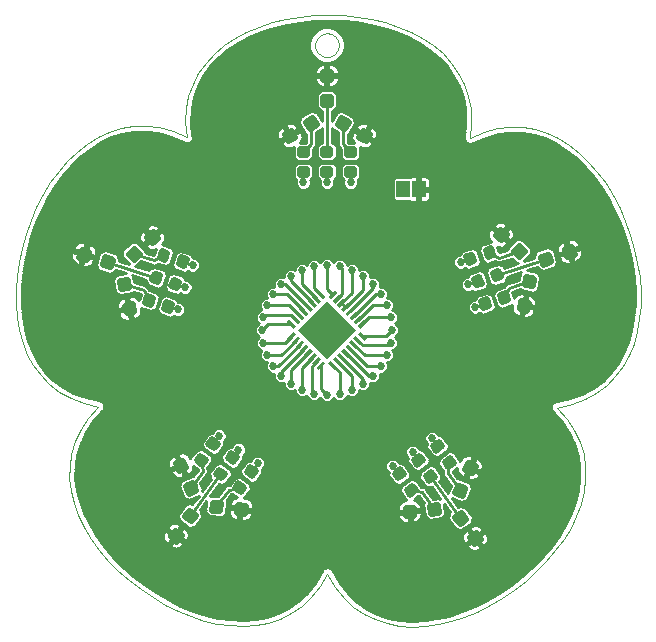
<source format=gtl>
G75*
%MOIN*%
%OFA0B0*%
%FSLAX24Y24*%
%IPPOS*%
%LPD*%
%AMOC8*
5,1,8,0,0,1.08239X$1,22.5*
%
%ADD10C,0.0000*%
%ADD11C,0.0236*%
%ADD12C,0.0197*%
%ADD13R,0.0120X0.0320*%
%ADD14R,0.1360X0.1360*%
%ADD15R,0.0450X0.0560*%
%ADD16C,0.0270*%
%ADD17C,0.0100*%
D10*
X003693Y003291D02*
X003390Y003649D01*
X003120Y004022D01*
X002887Y004409D01*
X002694Y004806D01*
X002545Y005211D01*
X002443Y005621D01*
X002392Y006035D01*
X002396Y006448D01*
X002458Y006859D01*
X002582Y007266D01*
X002770Y007665D01*
X003028Y008054D01*
X003358Y008430D01*
X002876Y008540D01*
X002444Y008703D01*
X002061Y008914D01*
X001725Y009170D01*
X001436Y009466D01*
X001193Y009799D01*
X000992Y010163D01*
X000834Y010555D01*
X000718Y010971D01*
X000640Y011406D01*
X000602Y011856D01*
X000600Y012317D01*
X000634Y012786D01*
X000702Y013256D01*
X000804Y013726D01*
X000937Y014189D01*
X001100Y014643D01*
X001293Y015082D01*
X001514Y015504D01*
X001760Y015902D01*
X002032Y016275D01*
X002328Y016616D01*
X002646Y016922D01*
X002985Y017189D01*
X003344Y017413D01*
X003721Y017589D01*
X004116Y017713D01*
X004526Y017781D01*
X004951Y017789D01*
X005388Y017733D01*
X005838Y017608D01*
X006298Y017411D01*
X006253Y017903D01*
X006275Y018365D01*
X006357Y018794D01*
X006497Y019192D01*
X006689Y019558D01*
X006930Y019893D01*
X007215Y020196D01*
X007539Y020467D01*
X007898Y020707D01*
X008288Y020915D01*
X008704Y021091D01*
X009143Y021235D01*
X009598Y021347D01*
X010067Y021428D01*
X010545Y021476D01*
X011027Y021493D01*
X011509Y021477D01*
X011986Y021430D01*
X012455Y021351D01*
X012911Y021239D01*
X013349Y021096D01*
X013765Y020920D01*
X014154Y020712D01*
X014513Y020472D01*
X014837Y020200D01*
X015121Y019895D01*
X015361Y019559D01*
X015552Y019190D01*
X015691Y018788D01*
X015773Y018354D01*
X015793Y017888D01*
X015748Y017390D01*
X016202Y017584D01*
X016647Y017707D01*
X017081Y017761D01*
X017503Y017751D01*
X017911Y017681D01*
X018304Y017556D01*
X018680Y017379D01*
X019038Y017154D01*
X019377Y016887D01*
X019695Y016580D01*
X019991Y016238D01*
X020264Y015866D01*
X020511Y015467D01*
X020733Y015046D01*
X020926Y014607D01*
X021091Y014154D01*
X021225Y013691D01*
X021328Y013222D01*
X021397Y012751D01*
X021432Y012284D01*
X021431Y011823D01*
X021392Y011373D01*
X021315Y010938D01*
X021198Y010523D01*
X021039Y010131D01*
X020837Y009767D01*
X020591Y009434D01*
X020299Y009138D01*
X019960Y008882D01*
X019573Y008670D01*
X019136Y008507D01*
X018647Y008396D01*
X018973Y008024D01*
X019227Y007638D01*
X019413Y007242D01*
X019534Y006838D01*
X019593Y006429D01*
X019595Y006017D01*
X019543Y005604D01*
X019440Y005194D01*
X019291Y004789D01*
X019097Y004392D01*
X018864Y004005D01*
X018594Y003631D01*
X018291Y003272D01*
X017959Y002931D01*
X017601Y002611D01*
X017221Y002314D01*
X016822Y002043D01*
X016408Y001801D01*
X015982Y001590D01*
X015548Y001412D01*
X015109Y001271D01*
X014670Y001169D01*
X014232Y001108D01*
X013801Y001091D01*
X013379Y001121D01*
X012970Y001200D01*
X012578Y001332D01*
X012206Y001518D01*
X011858Y001761D01*
X011537Y002064D01*
X011246Y002429D01*
X010990Y002859D01*
X010737Y002434D01*
X010449Y002074D01*
X010129Y001775D01*
X009782Y001535D01*
X009411Y001352D01*
X009020Y001222D01*
X008612Y001145D01*
X008190Y001116D01*
X007759Y001133D01*
X007321Y001194D01*
X006881Y001296D01*
X006441Y001437D01*
X006007Y001614D01*
X005580Y001825D01*
X005165Y002066D01*
X004765Y002336D01*
X004384Y002632D01*
X004026Y002951D01*
X003693Y003291D01*
X010583Y020475D02*
X010585Y020514D01*
X010591Y020553D01*
X010601Y020591D01*
X010614Y020628D01*
X010631Y020663D01*
X010651Y020697D01*
X010675Y020728D01*
X010702Y020757D01*
X010731Y020783D01*
X010763Y020806D01*
X010797Y020826D01*
X010833Y020842D01*
X010870Y020854D01*
X010909Y020863D01*
X010948Y020868D01*
X010987Y020869D01*
X011026Y020866D01*
X011065Y020859D01*
X011102Y020848D01*
X011139Y020834D01*
X011174Y020816D01*
X011207Y020795D01*
X011238Y020770D01*
X011266Y020743D01*
X011291Y020713D01*
X011313Y020680D01*
X011332Y020646D01*
X011347Y020610D01*
X011359Y020572D01*
X011367Y020534D01*
X011371Y020495D01*
X011371Y020455D01*
X011367Y020416D01*
X011359Y020378D01*
X011347Y020340D01*
X011332Y020304D01*
X011313Y020270D01*
X011291Y020237D01*
X011266Y020207D01*
X011238Y020180D01*
X011207Y020155D01*
X011174Y020134D01*
X011139Y020116D01*
X011102Y020102D01*
X011065Y020091D01*
X011026Y020084D01*
X010987Y020081D01*
X010948Y020082D01*
X010909Y020087D01*
X010870Y020096D01*
X010833Y020108D01*
X010797Y020124D01*
X010763Y020144D01*
X010731Y020167D01*
X010702Y020193D01*
X010675Y020222D01*
X010651Y020253D01*
X010631Y020287D01*
X010614Y020322D01*
X010601Y020359D01*
X010591Y020397D01*
X010585Y020436D01*
X010583Y020475D01*
D11*
X010859Y019579D02*
X011095Y019579D01*
X011095Y019343D01*
X010859Y019343D01*
X010859Y019579D01*
X010859Y019578D02*
X011095Y019578D01*
X011095Y018752D02*
X010859Y018752D01*
X011095Y018752D02*
X011095Y018516D01*
X010859Y018516D01*
X010859Y018752D01*
X010859Y018751D02*
X011095Y018751D01*
X011666Y017919D02*
X011548Y017715D01*
X011344Y017833D01*
X011462Y018037D01*
X011666Y017919D01*
X011612Y017950D02*
X011412Y017950D01*
X012382Y017506D02*
X012264Y017302D01*
X012060Y017420D01*
X012178Y017624D01*
X012382Y017506D01*
X012328Y017537D02*
X012128Y017537D01*
X010406Y017715D02*
X010288Y017919D01*
X010492Y018037D01*
X010610Y017833D01*
X010406Y017715D01*
X010342Y017950D02*
X010542Y017950D01*
X009572Y017506D02*
X009690Y017302D01*
X009572Y017506D02*
X009776Y017624D01*
X009894Y017420D01*
X009690Y017302D01*
X009626Y017537D02*
X009826Y017537D01*
X005322Y014063D02*
X005164Y014237D01*
X005322Y014063D02*
X005148Y013905D01*
X004990Y014079D01*
X005164Y014237D01*
X005252Y014140D02*
X005057Y014140D01*
X004550Y013684D02*
X004708Y013510D01*
X004534Y013352D01*
X004376Y013526D01*
X004550Y013684D01*
X004638Y013587D02*
X004443Y013587D01*
X003583Y013398D02*
X003510Y013175D01*
X003583Y013398D02*
X003806Y013325D01*
X003733Y013102D01*
X003510Y013175D01*
X003563Y013337D02*
X003769Y013337D01*
X004126Y012375D02*
X004355Y012424D01*
X004126Y012375D02*
X004077Y012604D01*
X004306Y012653D01*
X004355Y012424D01*
X004315Y012610D02*
X004105Y012610D01*
X004297Y011566D02*
X004526Y011615D01*
X004297Y011566D02*
X004248Y011795D01*
X004477Y011844D01*
X004526Y011615D01*
X004486Y011801D02*
X004276Y011801D01*
X002724Y013430D02*
X002797Y013653D01*
X003020Y013580D01*
X002947Y013357D01*
X002724Y013430D01*
X002777Y013592D02*
X002983Y013592D01*
X006159Y006630D02*
X005945Y006534D01*
X006159Y006630D02*
X006255Y006416D01*
X006041Y006320D01*
X005945Y006534D01*
X005992Y006555D02*
X006193Y006555D01*
X006495Y005874D02*
X006281Y005778D01*
X006495Y005874D02*
X006591Y005660D01*
X006377Y005564D01*
X006281Y005778D01*
X006328Y005799D02*
X006529Y005799D01*
X007419Y005204D02*
X007395Y004970D01*
X007161Y004994D01*
X007185Y005228D01*
X007419Y005204D01*
X007409Y005205D02*
X007183Y005205D01*
X006444Y004632D02*
X006254Y004770D01*
X006392Y004960D01*
X006582Y004822D01*
X006444Y004632D01*
X006520Y004867D02*
X006324Y004867D01*
X005768Y004101D02*
X005958Y003963D01*
X005768Y004101D02*
X005906Y004291D01*
X006096Y004153D01*
X005958Y003963D01*
X006034Y004198D02*
X005838Y004198D01*
X008218Y004883D02*
X008242Y005117D01*
X008218Y004883D02*
X007984Y004907D01*
X008008Y005141D01*
X008242Y005117D01*
X008232Y005118D02*
X008006Y005118D01*
X013602Y005040D02*
X013626Y004806D01*
X013602Y005040D02*
X013836Y005064D01*
X013860Y004830D01*
X013626Y004806D01*
X013612Y005041D02*
X013838Y005041D01*
X014424Y005126D02*
X014448Y004892D01*
X014424Y005126D02*
X014658Y005150D01*
X014682Y004916D01*
X014448Y004892D01*
X014434Y005127D02*
X014660Y005127D01*
X015399Y004554D02*
X015589Y004692D01*
X015399Y004554D02*
X015261Y004744D01*
X015451Y004882D01*
X015589Y004692D01*
X015519Y004789D02*
X015323Y004789D01*
X015885Y003886D02*
X016075Y004024D01*
X015885Y003886D02*
X015747Y004076D01*
X015937Y004214D01*
X016075Y004024D01*
X016005Y004121D02*
X015809Y004121D01*
X015562Y005701D02*
X015348Y005797D01*
X015562Y005701D02*
X015466Y005487D01*
X015252Y005583D01*
X015348Y005797D01*
X015314Y005722D02*
X015515Y005722D01*
X015898Y006456D02*
X015684Y006552D01*
X015898Y006456D02*
X015802Y006242D01*
X015588Y006338D01*
X015684Y006552D01*
X015650Y006477D02*
X015851Y006477D01*
X017398Y011708D02*
X017627Y011659D01*
X017398Y011708D02*
X017447Y011937D01*
X017676Y011888D01*
X017627Y011659D01*
X017648Y011894D02*
X017438Y011894D01*
X017570Y012516D02*
X017799Y012467D01*
X017570Y012516D02*
X017619Y012745D01*
X017848Y012696D01*
X017799Y012467D01*
X017820Y012702D02*
X017610Y012702D01*
X018414Y013268D02*
X018341Y013491D01*
X018414Y013268D02*
X018191Y013195D01*
X018118Y013418D01*
X018341Y013491D01*
X018361Y013430D02*
X018155Y013430D01*
X017374Y013776D02*
X017216Y013602D01*
X017374Y013776D02*
X017548Y013618D01*
X017390Y013444D01*
X017216Y013602D01*
X017286Y013679D02*
X017481Y013679D01*
X016760Y014330D02*
X016602Y014156D01*
X016760Y014330D02*
X016934Y014172D01*
X016776Y013998D01*
X016602Y014156D01*
X016672Y014233D02*
X016867Y014233D01*
X019128Y013746D02*
X019201Y013523D01*
X018978Y013450D01*
X018905Y013673D01*
X019128Y013746D01*
X019148Y013685D02*
X018942Y013685D01*
D12*
X017011Y011984D02*
X016824Y011923D01*
X016751Y012146D01*
X016938Y012207D01*
X017011Y011984D01*
X016967Y012119D02*
X016760Y012119D01*
X016374Y011777D02*
X016187Y011716D01*
X016114Y011939D01*
X016301Y012000D01*
X016374Y011777D01*
X016330Y011912D02*
X016123Y011912D01*
X015944Y012465D02*
X016131Y012526D01*
X015944Y012465D02*
X015871Y012688D01*
X016058Y012749D01*
X016131Y012526D01*
X016087Y012661D02*
X015880Y012661D01*
X015701Y013213D02*
X015888Y013274D01*
X015701Y013213D02*
X015628Y013436D01*
X015815Y013497D01*
X015888Y013274D01*
X015844Y013409D02*
X015637Y013409D01*
X016337Y013420D02*
X016524Y013481D01*
X016337Y013420D02*
X016264Y013643D01*
X016451Y013704D01*
X016524Y013481D01*
X016480Y013616D02*
X016273Y013616D01*
X016580Y012671D02*
X016767Y012732D01*
X016580Y012671D02*
X016507Y012894D01*
X016694Y012955D01*
X016767Y012732D01*
X016723Y012867D02*
X016516Y012867D01*
X011882Y016153D02*
X011882Y016351D01*
X011882Y016153D02*
X011646Y016153D01*
X011646Y016351D01*
X011882Y016351D01*
X011882Y016349D02*
X011646Y016349D01*
X011882Y016823D02*
X011882Y017021D01*
X011882Y016823D02*
X011646Y016823D01*
X011646Y017021D01*
X011882Y017021D01*
X011882Y017019D02*
X011646Y017019D01*
X011095Y017021D02*
X011095Y016823D01*
X010859Y016823D01*
X010859Y017021D01*
X011095Y017021D01*
X011095Y017019D02*
X010859Y017019D01*
X010307Y017021D02*
X010307Y016823D01*
X010071Y016823D01*
X010071Y017021D01*
X010307Y017021D01*
X010307Y017019D02*
X010071Y017019D01*
X010307Y016351D02*
X010307Y016153D01*
X010071Y016153D01*
X010071Y016351D01*
X010307Y016351D01*
X010307Y016349D02*
X010071Y016349D01*
X011095Y016351D02*
X011095Y016153D01*
X010859Y016153D01*
X010859Y016351D01*
X011095Y016351D01*
X011095Y016349D02*
X010859Y016349D01*
X006297Y013344D02*
X006110Y013405D01*
X006297Y013344D02*
X006224Y013121D01*
X006037Y013182D01*
X006110Y013405D01*
X006081Y013317D02*
X006288Y013317D01*
X005660Y013550D02*
X005473Y013611D01*
X005660Y013550D02*
X005587Y013327D01*
X005400Y013388D01*
X005473Y013611D01*
X005444Y013523D02*
X005651Y013523D01*
X005417Y012802D02*
X005230Y012863D01*
X005417Y012802D02*
X005344Y012579D01*
X005157Y012640D01*
X005230Y012863D01*
X005201Y012775D02*
X005408Y012775D01*
X005866Y012656D02*
X006053Y012595D01*
X005980Y012372D01*
X005793Y012433D01*
X005866Y012656D01*
X005837Y012568D02*
X006044Y012568D01*
X005810Y011846D02*
X005623Y011907D01*
X005810Y011846D02*
X005737Y011623D01*
X005550Y011684D01*
X005623Y011907D01*
X005594Y011819D02*
X005801Y011819D01*
X005173Y012053D02*
X004986Y012114D01*
X005173Y012053D02*
X005100Y011830D01*
X004913Y011891D01*
X004986Y012114D01*
X004957Y012026D02*
X005164Y012026D01*
X007144Y007335D02*
X007028Y007176D01*
X007144Y007335D02*
X007334Y007196D01*
X007218Y007037D01*
X007028Y007176D01*
X007070Y007233D02*
X007283Y007233D01*
X007781Y006872D02*
X007665Y006713D01*
X007781Y006872D02*
X007971Y006733D01*
X007855Y006574D01*
X007665Y006713D01*
X007707Y006770D02*
X007920Y006770D01*
X008418Y006409D02*
X008302Y006250D01*
X008418Y006409D02*
X008608Y006270D01*
X008492Y006111D01*
X008302Y006250D01*
X008344Y006307D02*
X008557Y006307D01*
X008025Y005868D02*
X007909Y005709D01*
X008025Y005868D02*
X008215Y005729D01*
X008099Y005570D01*
X007909Y005709D01*
X007951Y005766D02*
X008164Y005766D01*
X007388Y006330D02*
X007272Y006171D01*
X007388Y006330D02*
X007578Y006191D01*
X007462Y006032D01*
X007272Y006171D01*
X007314Y006228D02*
X007527Y006228D01*
X006751Y006793D02*
X006635Y006634D01*
X006751Y006793D02*
X006941Y006654D01*
X006825Y006495D01*
X006635Y006634D01*
X006677Y006691D02*
X006890Y006691D01*
X013235Y006193D02*
X013351Y006034D01*
X013235Y006193D02*
X013425Y006332D01*
X013541Y006173D01*
X013351Y006034D01*
X013286Y006230D02*
X013499Y006230D01*
X013988Y006496D02*
X013872Y006655D01*
X014062Y006794D01*
X014178Y006635D01*
X013988Y006496D01*
X013923Y006692D02*
X014136Y006692D01*
X014625Y006959D02*
X014509Y007118D01*
X014699Y007257D01*
X014815Y007098D01*
X014625Y006959D01*
X014560Y007155D02*
X014773Y007155D01*
X014903Y006577D02*
X015019Y006418D01*
X014903Y006577D02*
X015093Y006716D01*
X015209Y006557D01*
X015019Y006418D01*
X014954Y006614D02*
X015167Y006614D01*
X014382Y005955D02*
X014266Y006114D01*
X014456Y006253D01*
X014572Y006094D01*
X014382Y005955D01*
X014317Y006151D02*
X014530Y006151D01*
X013745Y005492D02*
X013629Y005651D01*
X013819Y005790D01*
X013935Y005631D01*
X013745Y005492D01*
X013680Y005688D02*
X013893Y005688D01*
D13*
G36*
X011027Y009866D02*
X011112Y009951D01*
X011337Y009726D01*
X011252Y009641D01*
X011027Y009866D01*
G37*
G36*
X010842Y009951D02*
X010927Y009866D01*
X010702Y009641D01*
X010617Y009726D01*
X010842Y009951D01*
G37*
G36*
X010700Y010092D02*
X010785Y010007D01*
X010560Y009782D01*
X010475Y009867D01*
X010700Y010092D01*
G37*
G36*
X010566Y010227D02*
X010651Y010142D01*
X010426Y009917D01*
X010341Y010002D01*
X010566Y010227D01*
G37*
G36*
X010425Y010368D02*
X010510Y010283D01*
X010285Y010058D01*
X010200Y010143D01*
X010425Y010368D01*
G37*
G36*
X010283Y010510D02*
X010368Y010425D01*
X010143Y010200D01*
X010058Y010285D01*
X010283Y010510D01*
G37*
G36*
X010142Y010651D02*
X010227Y010566D01*
X010002Y010341D01*
X009917Y010426D01*
X010142Y010651D01*
G37*
G36*
X010007Y010785D02*
X010092Y010700D01*
X009867Y010475D01*
X009782Y010560D01*
X010007Y010785D01*
G37*
G36*
X009866Y010927D02*
X009951Y010842D01*
X009726Y010617D01*
X009641Y010702D01*
X009866Y010927D01*
G37*
G36*
X009641Y011252D02*
X009726Y011337D01*
X009951Y011112D01*
X009866Y011027D01*
X009641Y011252D01*
G37*
G36*
X009782Y011393D02*
X009867Y011478D01*
X010092Y011253D01*
X010007Y011168D01*
X009782Y011393D01*
G37*
G36*
X009917Y011528D02*
X010002Y011613D01*
X010227Y011388D01*
X010142Y011303D01*
X009917Y011528D01*
G37*
G36*
X010058Y011669D02*
X010143Y011754D01*
X010368Y011529D01*
X010283Y011444D01*
X010058Y011669D01*
G37*
G36*
X010200Y011810D02*
X010285Y011895D01*
X010510Y011670D01*
X010425Y011585D01*
X010200Y011810D01*
G37*
G36*
X010341Y011952D02*
X010426Y012037D01*
X010651Y011812D01*
X010566Y011727D01*
X010341Y011952D01*
G37*
G36*
X010475Y012086D02*
X010560Y012171D01*
X010785Y011946D01*
X010700Y011861D01*
X010475Y012086D01*
G37*
G36*
X010617Y012228D02*
X010702Y012313D01*
X010927Y012088D01*
X010842Y012003D01*
X010617Y012228D01*
G37*
G36*
X011252Y012313D02*
X011337Y012228D01*
X011112Y012003D01*
X011027Y012088D01*
X011252Y012313D01*
G37*
G36*
X011393Y012171D02*
X011478Y012086D01*
X011253Y011861D01*
X011168Y011946D01*
X011393Y012171D01*
G37*
G36*
X011528Y012037D02*
X011613Y011952D01*
X011388Y011727D01*
X011303Y011812D01*
X011528Y012037D01*
G37*
G36*
X011669Y011895D02*
X011754Y011810D01*
X011529Y011585D01*
X011444Y011670D01*
X011669Y011895D01*
G37*
G36*
X011810Y011754D02*
X011895Y011669D01*
X011670Y011444D01*
X011585Y011529D01*
X011810Y011754D01*
G37*
G36*
X011952Y011613D02*
X012037Y011528D01*
X011812Y011303D01*
X011727Y011388D01*
X011952Y011613D01*
G37*
G36*
X012086Y011478D02*
X012171Y011393D01*
X011946Y011168D01*
X011861Y011253D01*
X012086Y011478D01*
G37*
G36*
X012228Y011337D02*
X012313Y011252D01*
X012088Y011027D01*
X012003Y011112D01*
X012228Y011337D01*
G37*
G36*
X012003Y010842D02*
X012088Y010927D01*
X012313Y010702D01*
X012228Y010617D01*
X012003Y010842D01*
G37*
G36*
X011861Y010700D02*
X011946Y010785D01*
X012171Y010560D01*
X012086Y010475D01*
X011861Y010700D01*
G37*
G36*
X011727Y010566D02*
X011812Y010651D01*
X012037Y010426D01*
X011952Y010341D01*
X011727Y010566D01*
G37*
G36*
X011585Y010425D02*
X011670Y010510D01*
X011895Y010285D01*
X011810Y010200D01*
X011585Y010425D01*
G37*
G36*
X011444Y010283D02*
X011529Y010368D01*
X011754Y010143D01*
X011669Y010058D01*
X011444Y010283D01*
G37*
G36*
X011303Y010142D02*
X011388Y010227D01*
X011613Y010002D01*
X011528Y009917D01*
X011303Y010142D01*
G37*
G36*
X011168Y010007D02*
X011253Y010092D01*
X011478Y009867D01*
X011393Y009782D01*
X011168Y010007D01*
G37*
D14*
G36*
X010977Y010016D02*
X010016Y010977D01*
X010977Y011938D01*
X011938Y010977D01*
X010977Y010016D01*
G37*
D15*
X013517Y015677D03*
X014037Y015677D03*
D16*
X011764Y015898D03*
X010977Y015898D03*
X010189Y015898D03*
X010554Y013101D03*
X010148Y012977D03*
X009774Y012777D03*
X009446Y012508D03*
X009176Y012180D03*
X008976Y011805D03*
X008853Y011399D03*
X008811Y010977D03*
X008853Y010554D03*
X008976Y010148D03*
X009176Y009774D03*
X009446Y009446D03*
X009774Y009176D03*
X010148Y008976D03*
X010554Y008853D03*
X010977Y008811D03*
X011399Y008853D03*
X011805Y008976D03*
X012180Y009176D03*
X012508Y009446D03*
X012777Y009774D03*
X012977Y010148D03*
X013101Y010554D03*
X013142Y010977D03*
X013101Y011399D03*
X012977Y011805D03*
X012777Y012180D03*
X012508Y012508D03*
X012180Y012777D03*
X011805Y012977D03*
X011399Y013101D03*
X010977Y013142D03*
X010977Y011477D03*
X010977Y010977D03*
X011477Y010977D03*
X010977Y010477D03*
X010477Y010977D03*
X007384Y007458D03*
X008024Y006991D03*
X008664Y006548D03*
X013167Y006449D03*
X013831Y006917D03*
X014471Y007384D03*
X017276Y010780D03*
X015923Y011740D03*
X015677Y012502D03*
X015431Y013241D03*
X006498Y013142D03*
X006252Y012404D03*
X006006Y011666D03*
D17*
X005680Y011765D01*
X005389Y011863D02*
X005331Y011863D01*
X005357Y011765D02*
X005299Y011765D01*
X005272Y011682D02*
X005398Y012071D01*
X005320Y012225D01*
X005049Y012313D01*
X004991Y012427D01*
X004989Y012430D01*
X004863Y012471D01*
X004557Y012571D01*
X004510Y012794D01*
X004476Y012816D01*
X004945Y012663D01*
X004932Y012621D01*
X005010Y012467D01*
X005361Y012353D01*
X005515Y012431D01*
X005642Y012820D01*
X005563Y012974D01*
X005212Y013088D01*
X005058Y013010D01*
X005044Y012968D01*
X004575Y013120D01*
X004615Y013118D01*
X004785Y013270D01*
X005090Y013171D01*
X005216Y013130D01*
X005264Y013154D01*
X005334Y013190D01*
X005605Y013102D01*
X005759Y013180D01*
X005885Y013569D01*
X005807Y013723D01*
X005469Y013833D01*
X005522Y013880D01*
X005554Y013923D01*
X005576Y013970D01*
X005589Y014022D01*
X005592Y014074D01*
X005585Y014127D01*
X005567Y014176D01*
X005540Y014222D01*
X005477Y014292D01*
X005227Y014067D01*
X005160Y014141D01*
X005410Y014366D01*
X005347Y014437D01*
X005304Y014468D01*
X005257Y014491D01*
X005205Y014504D01*
X005153Y014507D01*
X005100Y014499D01*
X005051Y014481D01*
X005005Y014454D01*
X004935Y014391D01*
X005160Y014141D01*
X005086Y014074D01*
X005152Y014000D01*
X004903Y013775D01*
X004966Y013705D01*
X005008Y013673D01*
X005056Y013651D01*
X005107Y013638D01*
X005160Y013635D01*
X005212Y013642D01*
X005262Y013660D01*
X005271Y013666D01*
X005213Y013488D01*
X005189Y013475D01*
X004940Y013557D01*
X004941Y013591D01*
X004657Y013907D01*
X004468Y013917D01*
X004152Y013633D01*
X004142Y013444D01*
X004375Y013185D01*
X004037Y013295D01*
X004053Y013345D01*
X003967Y013513D01*
X003563Y013645D01*
X003394Y013559D01*
X003263Y013155D01*
X003349Y012986D01*
X003753Y012855D01*
X003921Y012941D01*
X003938Y012991D01*
X004277Y012881D01*
X003936Y012808D01*
X003833Y012650D01*
X003921Y012234D01*
X004080Y012131D01*
X004496Y012219D01*
X004514Y012248D01*
X004764Y012167D01*
X004776Y012143D01*
X004719Y011965D01*
X004714Y011975D01*
X004684Y012019D01*
X004647Y012055D01*
X004602Y012084D01*
X004553Y012104D01*
X004501Y012113D01*
X004449Y012113D01*
X004356Y012093D01*
X004426Y011764D01*
X004328Y011743D01*
X004349Y011646D01*
X004020Y011576D01*
X004040Y011483D01*
X004061Y011435D01*
X004090Y011391D01*
X004128Y011354D01*
X004173Y011326D01*
X004222Y011306D01*
X004274Y011296D01*
X004326Y011297D01*
X004419Y011317D01*
X004349Y011646D01*
X004447Y011666D01*
X004446Y011666D01*
X004447Y011666D02*
X004517Y011337D01*
X004609Y011357D01*
X004658Y011378D01*
X004701Y011408D01*
X004738Y011446D01*
X004767Y011490D01*
X004786Y011539D01*
X004796Y011591D01*
X004795Y011644D01*
X004780Y011714D01*
X005118Y011604D01*
X005272Y011682D01*
X005240Y011666D02*
X005325Y011666D01*
X005325Y011665D02*
X005403Y011511D01*
X005755Y011397D01*
X005871Y011457D01*
X005958Y011421D01*
X006055Y011421D01*
X006145Y011458D01*
X006214Y011527D01*
X006251Y011617D01*
X006251Y011714D01*
X006214Y011805D01*
X006145Y011873D01*
X006055Y011911D01*
X006011Y011911D01*
X005957Y012018D01*
X005605Y012133D01*
X005451Y012054D01*
X005325Y011665D01*
X005375Y011568D02*
X004792Y011568D01*
X004791Y011666D02*
X004927Y011666D01*
X004753Y011469D02*
X005533Y011469D01*
X005421Y011962D02*
X005363Y011962D01*
X005395Y012060D02*
X005463Y012060D01*
X005354Y012159D02*
X005959Y012159D01*
X005998Y012146D02*
X006108Y012202D01*
X006114Y012196D01*
X006204Y012159D01*
X006301Y012159D01*
X006391Y012196D01*
X006460Y012265D01*
X006497Y012355D01*
X006497Y012453D01*
X006460Y012543D01*
X006391Y012612D01*
X006301Y012649D01*
X006260Y012649D01*
X006200Y012767D01*
X005848Y012881D01*
X005695Y012803D01*
X005568Y012414D01*
X005647Y012260D01*
X005998Y012146D01*
X006023Y012159D02*
X008931Y012159D01*
X008931Y012131D02*
X008965Y012050D01*
X008928Y012050D01*
X008837Y012013D01*
X008769Y011944D01*
X008731Y011854D01*
X008731Y011757D01*
X008769Y011667D01*
X008795Y011640D01*
X008714Y011607D01*
X008645Y011538D01*
X008608Y011448D01*
X008608Y011350D01*
X008645Y011260D01*
X008707Y011199D01*
X008673Y011184D01*
X008604Y011116D01*
X008566Y011026D01*
X008566Y010928D01*
X008604Y010838D01*
X008673Y010769D01*
X008707Y010755D01*
X008645Y010693D01*
X008608Y010603D01*
X008608Y010506D01*
X008645Y010416D01*
X008714Y010347D01*
X008795Y010313D01*
X008769Y010287D01*
X001158Y010287D01*
X001173Y010249D02*
X001024Y010620D01*
X000913Y011015D01*
X000839Y011432D01*
X000802Y011865D01*
X000800Y012310D01*
X000833Y012764D01*
X000899Y013221D01*
X000998Y013677D01*
X001127Y014128D01*
X001286Y014569D01*
X001474Y014996D01*
X001687Y015405D01*
X001926Y015791D01*
X002189Y016150D01*
X002473Y016478D01*
X002777Y016771D01*
X003100Y017025D01*
X003439Y017237D01*
X003794Y017402D01*
X004162Y017518D01*
X004544Y017582D01*
X004940Y017589D01*
X005349Y017537D01*
X005772Y017419D01*
X006192Y017239D01*
X006234Y017204D01*
X006266Y017207D01*
X006295Y017194D01*
X006345Y017214D01*
X006399Y017219D01*
X006419Y017244D01*
X006449Y017256D01*
X006470Y017305D01*
X006505Y017346D01*
X006502Y017378D01*
X006515Y017408D01*
X006495Y017458D01*
X006454Y017908D01*
X006474Y018341D01*
X006551Y018742D01*
X006681Y019112D01*
X006860Y019453D01*
X007085Y019766D01*
X007352Y020050D01*
X007659Y020307D01*
X008001Y020535D01*
X008374Y020734D01*
X008775Y020903D01*
X009198Y021043D01*
X009639Y021151D01*
X010094Y021230D01*
X010558Y021277D01*
X011027Y021293D01*
X011496Y021278D01*
X011960Y021232D01*
X012415Y021155D01*
X012856Y021047D01*
X013279Y020908D01*
X013678Y020739D01*
X014051Y020540D01*
X014393Y020312D01*
X014699Y020055D01*
X014965Y019769D01*
X015190Y019454D01*
X015368Y019110D01*
X015497Y018737D01*
X015574Y018331D01*
X015593Y017893D01*
X015551Y017437D01*
X015531Y017387D01*
X015544Y017357D01*
X015541Y017325D01*
X015575Y017284D01*
X015596Y017235D01*
X015626Y017223D01*
X015647Y017198D01*
X015700Y017193D01*
X015750Y017173D01*
X015780Y017186D01*
X015812Y017183D01*
X015853Y017217D01*
X016268Y017395D01*
X016686Y017510D01*
X017091Y017561D01*
X017484Y017551D01*
X017863Y017486D01*
X018230Y017369D01*
X018584Y017203D01*
X018922Y016991D01*
X019245Y016736D01*
X019550Y016442D01*
X019834Y016114D01*
X020098Y015754D01*
X020337Y015368D01*
X020552Y014959D01*
X020741Y014532D01*
X020901Y014092D01*
X021031Y013641D01*
X021131Y013186D01*
X021198Y012729D01*
X021232Y012277D01*
X021231Y011832D01*
X021194Y011399D01*
X021120Y010983D01*
X021008Y010588D01*
X020858Y010217D01*
X020668Y009875D01*
X020438Y009565D01*
X020167Y009289D01*
X019851Y009050D01*
X019489Y008852D01*
X019078Y008699D01*
X018632Y008598D01*
X018578Y008601D01*
X018554Y008580D01*
X018522Y008573D01*
X018494Y008528D01*
X018453Y008492D01*
X018451Y008460D01*
X018434Y008433D01*
X018446Y008380D01*
X018442Y008327D01*
X018464Y008303D01*
X018471Y008271D01*
X018516Y008243D01*
X018814Y007902D01*
X019052Y007541D01*
X019225Y007171D01*
X019338Y006795D01*
X019393Y006414D01*
X019395Y006029D01*
X019346Y005641D01*
X019249Y005253D01*
X019106Y004868D01*
X018921Y004487D01*
X018697Y004115D01*
X018436Y003754D01*
X018143Y003406D01*
X017821Y003076D01*
X017473Y002765D01*
X017103Y002476D01*
X016715Y002213D01*
X016313Y001977D01*
X015900Y001772D01*
X015480Y001600D01*
X015056Y001464D01*
X014633Y001365D01*
X014215Y001307D01*
X013804Y001291D01*
X013405Y001320D01*
X013021Y001394D01*
X012655Y001517D01*
X012309Y001690D01*
X011984Y001916D01*
X011684Y002199D01*
X011411Y002543D01*
X011177Y002936D01*
X011164Y002988D01*
X011136Y003005D01*
X011120Y003033D01*
X011068Y003046D01*
X011022Y003073D01*
X010990Y003065D01*
X010959Y003073D01*
X010913Y003046D01*
X010861Y003033D01*
X010844Y003005D01*
X010817Y002989D01*
X010804Y002937D01*
X010572Y002548D01*
X010302Y002210D01*
X005315Y002210D01*
X005271Y002236D02*
X004883Y002498D01*
X004512Y002786D01*
X004164Y003096D01*
X003841Y003425D01*
X003548Y003772D01*
X003287Y004133D01*
X003063Y004504D01*
X002878Y004884D01*
X002736Y005270D01*
X002640Y005658D01*
X002593Y006046D01*
X002596Y006432D01*
X002654Y006815D01*
X002769Y007194D01*
X002945Y007566D01*
X003187Y007932D01*
X003489Y008277D01*
X003535Y008305D01*
X003542Y008337D01*
X003563Y008361D01*
X003559Y008415D01*
X003571Y008467D01*
X003554Y008494D01*
X003552Y008526D01*
X003512Y008562D01*
X003483Y008607D01*
X003452Y008614D01*
X003428Y008635D01*
X003374Y008632D01*
X002933Y008732D01*
X002528Y008885D01*
X002170Y009082D01*
X001858Y009320D01*
X001589Y009596D01*
X001362Y009906D01*
X001173Y010249D01*
X001206Y010189D02*
X008731Y010189D01*
X008731Y010197D02*
X008731Y010099D01*
X008769Y010009D01*
X008837Y009940D01*
X008928Y009903D01*
X008965Y009903D01*
X008931Y009822D01*
X008931Y009725D01*
X008969Y009635D01*
X009038Y009566D01*
X009128Y009529D01*
X009215Y009529D01*
X009201Y009494D01*
X009201Y009397D01*
X009238Y009307D01*
X009307Y009238D01*
X009397Y009201D01*
X009494Y009201D01*
X009529Y009215D01*
X009529Y009128D01*
X009566Y009038D01*
X009635Y008969D01*
X009725Y008931D01*
X009822Y008931D01*
X009903Y008965D01*
X009903Y008928D01*
X009940Y008837D01*
X010009Y008769D01*
X010099Y008731D01*
X010197Y008731D01*
X010287Y008769D01*
X010313Y008795D01*
X010347Y008714D01*
X010416Y008645D01*
X010506Y008608D01*
X010603Y008608D01*
X010693Y008645D01*
X010755Y008707D01*
X010769Y008673D01*
X010838Y008604D01*
X010928Y008566D01*
X011026Y008566D01*
X011116Y008604D01*
X011184Y008673D01*
X011199Y008707D01*
X011260Y008645D01*
X011350Y008608D01*
X011448Y008608D01*
X011538Y008645D01*
X011607Y008714D01*
X011640Y008795D01*
X011667Y008769D01*
X011757Y008731D01*
X011854Y008731D01*
X011944Y008769D01*
X012013Y008837D01*
X012050Y008928D01*
X012050Y008965D01*
X012131Y008931D01*
X012229Y008931D01*
X012319Y008969D01*
X012387Y009038D01*
X012425Y009128D01*
X012425Y009215D01*
X012459Y009201D01*
X012557Y009201D01*
X012647Y009238D01*
X012716Y009307D01*
X012753Y009397D01*
X012753Y009494D01*
X012739Y009529D01*
X012826Y009529D01*
X012916Y009566D01*
X012985Y009635D01*
X013022Y009725D01*
X013022Y009822D01*
X012989Y009903D01*
X013026Y009903D01*
X013116Y009940D01*
X013185Y010009D01*
X013222Y010099D01*
X013222Y010197D01*
X013185Y010287D01*
X013159Y010313D01*
X013239Y010347D01*
X013308Y010416D01*
X013346Y010506D01*
X013346Y010603D01*
X013308Y010693D01*
X013247Y010755D01*
X013281Y010769D01*
X013350Y010838D01*
X013387Y010928D01*
X013387Y011026D01*
X013350Y011116D01*
X013281Y011184D01*
X013247Y011199D01*
X013308Y011260D01*
X013346Y011350D01*
X013346Y011448D01*
X013308Y011538D01*
X013239Y011607D01*
X013159Y011640D01*
X013185Y011667D01*
X013222Y011757D01*
X013222Y011854D01*
X013185Y011944D01*
X013116Y012013D01*
X013026Y012050D01*
X012989Y012050D01*
X013022Y012131D01*
X013022Y012229D01*
X012985Y012319D01*
X012916Y012387D01*
X012826Y012425D01*
X012739Y012425D01*
X012753Y012459D01*
X012753Y012557D01*
X012716Y012647D01*
X012647Y012716D01*
X012557Y012753D01*
X012459Y012753D01*
X012425Y012739D01*
X012425Y012826D01*
X012387Y012916D01*
X012319Y012985D01*
X012229Y013022D01*
X012131Y013022D01*
X012050Y012989D01*
X012050Y013026D01*
X012013Y013116D01*
X011944Y013185D01*
X011854Y013222D01*
X011757Y013222D01*
X011667Y013185D01*
X011640Y013159D01*
X011607Y013239D01*
X011538Y013308D01*
X011448Y013346D01*
X011350Y013346D01*
X011260Y013308D01*
X011199Y013247D01*
X011184Y013281D01*
X011116Y013350D01*
X011026Y013387D01*
X010928Y013387D01*
X010838Y013350D01*
X010769Y013281D01*
X010755Y013247D01*
X010693Y013308D01*
X010603Y013346D01*
X010506Y013346D01*
X010416Y013308D01*
X010347Y013239D01*
X010313Y013159D01*
X010287Y013185D01*
X010197Y013222D01*
X010099Y013222D01*
X010009Y013185D01*
X009940Y013116D01*
X009903Y013026D01*
X009903Y012989D01*
X009822Y013022D01*
X009725Y013022D01*
X009635Y012985D01*
X009566Y012916D01*
X009529Y012826D01*
X009529Y012739D01*
X009494Y012753D01*
X009397Y012753D01*
X009307Y012716D01*
X009238Y012647D01*
X009201Y012557D01*
X009201Y012459D01*
X009215Y012425D01*
X009128Y012425D01*
X009038Y012387D01*
X008969Y012319D01*
X008931Y012229D01*
X008931Y012131D01*
X008961Y012060D02*
X005827Y012060D01*
X005985Y011962D02*
X008786Y011962D01*
X008735Y011863D02*
X006155Y011863D01*
X006230Y011765D02*
X008731Y011765D01*
X008769Y011666D02*
X006251Y011666D01*
X006231Y011568D02*
X008675Y011568D01*
X008617Y011469D02*
X006156Y011469D01*
X006452Y012257D02*
X008943Y012257D01*
X009006Y012356D02*
X006497Y012356D01*
X006497Y012454D02*
X009203Y012454D01*
X009201Y012553D02*
X006450Y012553D01*
X006259Y012651D02*
X009243Y012651D01*
X009389Y012750D02*
X006209Y012750D01*
X006241Y012895D02*
X006346Y012948D01*
X006360Y012934D01*
X006450Y012897D01*
X006547Y012897D01*
X006637Y012934D01*
X006706Y013003D01*
X006743Y013093D01*
X006743Y013191D01*
X006706Y013281D01*
X006637Y013350D01*
X006547Y013387D01*
X006509Y013387D01*
X006443Y013516D01*
X006092Y013630D01*
X005938Y013552D01*
X005812Y013163D01*
X005890Y013009D01*
X006241Y012895D01*
X006343Y012947D02*
X006347Y012947D01*
X006498Y013142D02*
X006167Y013263D01*
X006376Y013538D02*
X015445Y013538D01*
X015418Y013486D02*
X015382Y013486D01*
X015292Y013448D01*
X015223Y013379D01*
X015186Y013289D01*
X015186Y013192D01*
X015223Y013102D01*
X015292Y013033D01*
X015382Y012996D01*
X015479Y012996D01*
X015569Y013033D01*
X015578Y013041D01*
X015683Y012988D01*
X016034Y013102D01*
X016113Y013256D01*
X015986Y013645D01*
X015832Y013723D01*
X015481Y013609D01*
X015418Y013486D01*
X015283Y013439D02*
X006482Y013439D01*
X006646Y013341D02*
X010494Y013341D01*
X010615Y013341D02*
X010829Y013341D01*
X010977Y013142D02*
X010977Y012363D01*
X011182Y012158D01*
X011323Y012016D02*
X011477Y012170D01*
X011477Y013023D01*
X011399Y013101D01*
X011339Y013341D02*
X011125Y013341D01*
X011459Y013341D02*
X015207Y013341D01*
X015186Y013242D02*
X011604Y013242D01*
X011805Y012977D02*
X011805Y012230D01*
X011458Y011882D01*
X011599Y011740D01*
X011599Y011740D01*
X012180Y012321D01*
X012180Y012777D01*
X012357Y012947D02*
X015991Y012947D01*
X016076Y012974D02*
X015724Y012860D01*
X015667Y012747D01*
X015628Y012747D01*
X015538Y012710D01*
X015469Y012641D01*
X015432Y012551D01*
X015432Y012454D01*
X012751Y012454D01*
X012753Y012553D02*
X015432Y012553D01*
X015432Y012454D02*
X015469Y012364D01*
X015538Y012295D01*
X015628Y012257D01*
X015725Y012257D01*
X015815Y012295D01*
X015816Y012295D01*
X015926Y012239D01*
X016278Y012353D01*
X016356Y012507D01*
X016230Y012896D01*
X016076Y012974D01*
X016130Y012947D02*
X016300Y012947D01*
X016282Y012913D02*
X016409Y012524D01*
X016563Y012446D01*
X016914Y012560D01*
X016992Y012714D01*
X016979Y012756D01*
X017448Y012909D01*
X017414Y012886D01*
X017367Y012664D01*
X017061Y012564D01*
X016935Y012523D01*
X016875Y012406D01*
X016604Y012318D01*
X016526Y012164D01*
X016652Y011775D01*
X016806Y011697D01*
X017144Y011807D01*
X017129Y011737D01*
X017128Y011684D01*
X017138Y011632D01*
X017157Y011583D01*
X017186Y011539D01*
X017223Y011501D01*
X017267Y011471D01*
X017315Y011450D01*
X017407Y011430D01*
X017477Y011759D01*
X017575Y011738D01*
X017505Y011410D01*
X017598Y011390D01*
X017651Y011389D01*
X017702Y011399D01*
X017752Y011418D01*
X017796Y011447D01*
X017834Y011484D01*
X017864Y011528D01*
X017884Y011576D01*
X017904Y011669D01*
X017575Y011738D01*
X017596Y011836D01*
X017925Y011766D01*
X017945Y011859D01*
X017945Y011912D01*
X017936Y011964D01*
X017916Y012013D01*
X017887Y012057D01*
X017850Y012095D01*
X017807Y012125D01*
X017758Y012145D01*
X017666Y012165D01*
X017596Y011836D01*
X017498Y011857D01*
X017568Y012186D01*
X017476Y012206D01*
X017423Y012206D01*
X017371Y012197D01*
X017322Y012177D01*
X017278Y012148D01*
X017240Y012111D01*
X017210Y012068D01*
X017206Y012058D01*
X017148Y012236D01*
X017160Y012260D01*
X017410Y012341D01*
X017429Y012312D01*
X017845Y012224D01*
X018003Y012326D01*
X018091Y012742D01*
X017989Y012901D01*
X017648Y012973D01*
X017986Y013083D01*
X018003Y013033D01*
X018171Y012948D01*
X018575Y013079D01*
X018661Y013247D01*
X018530Y013652D01*
X018361Y013738D01*
X017957Y013606D01*
X017871Y013438D01*
X017888Y013388D01*
X017549Y013278D01*
X017782Y013537D01*
X017772Y013725D01*
X017456Y014010D01*
X017267Y014000D01*
X016983Y013684D01*
X016985Y013649D01*
X016735Y013568D01*
X016711Y013580D01*
X016653Y013758D01*
X016662Y013753D01*
X016712Y013735D01*
X016764Y013728D01*
X016817Y013730D01*
X016868Y013743D01*
X016916Y013766D01*
X016958Y013798D01*
X017022Y013868D01*
X016772Y014093D01*
X016839Y014167D01*
X017088Y013942D01*
X017152Y014013D01*
X017179Y014058D01*
X017196Y014108D01*
X017204Y014160D01*
X017201Y014213D01*
X017188Y014264D01*
X017165Y014312D01*
X017134Y014354D01*
X017064Y014417D01*
X016839Y014167D01*
X016764Y014234D01*
X016697Y014160D01*
X016447Y014385D01*
X016384Y014315D01*
X016357Y014269D01*
X016340Y014219D01*
X016332Y014167D01*
X016335Y014114D01*
X016348Y014063D01*
X016371Y014016D01*
X016402Y013973D01*
X016455Y013925D01*
X016118Y013816D01*
X016039Y013662D01*
X016166Y013273D01*
X016319Y013195D01*
X016590Y013283D01*
X016661Y013247D01*
X016708Y013223D01*
X016741Y013234D01*
X017139Y013363D01*
X017309Y013211D01*
X017350Y013213D01*
X016880Y013060D01*
X016866Y013103D01*
X016712Y013181D01*
X016361Y013067D01*
X016282Y012913D01*
X016304Y012848D02*
X016245Y012848D01*
X016277Y012750D02*
X016336Y012750D01*
X016309Y012651D02*
X016368Y012651D01*
X016341Y012553D02*
X016400Y012553D01*
X016329Y012454D02*
X016546Y012454D01*
X016589Y012454D02*
X016900Y012454D01*
X016892Y012553D02*
X017026Y012553D01*
X016961Y012651D02*
X017329Y012651D01*
X017385Y012750D02*
X016981Y012750D01*
X017263Y012848D02*
X017406Y012848D01*
X017773Y012947D02*
X021166Y012947D01*
X021152Y013045D02*
X018472Y013045D01*
X018608Y013144D02*
X021137Y013144D01*
X021119Y013242D02*
X019116Y013242D01*
X019124Y013215D02*
X019020Y013535D01*
X018701Y013431D01*
X018730Y013341D01*
X018631Y013341D01*
X018730Y013341D02*
X018756Y013295D01*
X018790Y013255D01*
X018831Y013222D01*
X018879Y013198D01*
X018929Y013184D01*
X018982Y013180D01*
X019034Y013186D01*
X019124Y013215D01*
X019219Y013246D02*
X019309Y013275D01*
X019355Y013301D01*
X019396Y013336D01*
X019428Y013377D01*
X019452Y013424D01*
X019467Y013475D01*
X019471Y013528D01*
X019465Y013580D01*
X019435Y013670D01*
X019116Y013566D01*
X019085Y013661D01*
X019404Y013765D01*
X019375Y013855D01*
X019349Y013901D01*
X019315Y013941D01*
X019274Y013974D01*
X019227Y013998D01*
X019176Y014012D01*
X019123Y014016D01*
X019071Y014010D01*
X018981Y013981D01*
X019085Y013661D01*
X018990Y013630D01*
X018886Y013950D01*
X018796Y013921D01*
X018750Y013895D01*
X018710Y013861D01*
X018677Y013819D01*
X018653Y013772D01*
X018639Y013721D01*
X018634Y013669D01*
X018641Y013616D01*
X018670Y013526D01*
X018990Y013630D01*
X019020Y013535D01*
X019116Y013566D01*
X019219Y013246D01*
X019189Y013341D02*
X019084Y013341D01*
X019052Y013439D02*
X019157Y013439D01*
X019125Y013538D02*
X019029Y013538D01*
X019020Y013538D02*
X018705Y013538D01*
X018666Y013538D02*
X018567Y013538D01*
X018535Y013636D02*
X018638Y013636D01*
X018642Y013735D02*
X018367Y013735D01*
X018353Y013735D02*
X017762Y013735D01*
X017777Y013636D02*
X018050Y013636D01*
X017922Y013538D02*
X017782Y013538D01*
X017694Y013439D02*
X017872Y013439D01*
X017743Y013341D02*
X017605Y013341D01*
X017382Y013610D02*
X016721Y013396D01*
X016394Y013562D01*
X016111Y013439D02*
X016053Y013439D01*
X016079Y013538D02*
X016021Y013538D01*
X016047Y013636D02*
X015989Y013636D01*
X016076Y013735D02*
X005770Y013735D01*
X005851Y013636D02*
X015565Y013636D01*
X015758Y013355D02*
X015431Y013241D01*
X015205Y013144D02*
X011985Y013144D01*
X012042Y013045D02*
X015279Y013045D01*
X015479Y012651D02*
X012711Y012651D01*
X012564Y012750D02*
X015668Y012750D01*
X015718Y012848D02*
X012416Y012848D01*
X012425Y012750D02*
X012452Y012750D01*
X012508Y012508D02*
X012508Y012366D01*
X011740Y011599D01*
X011882Y011458D02*
X012604Y012180D01*
X012777Y012180D01*
X012948Y012356D02*
X015477Y012356D01*
X015677Y012502D02*
X016001Y012607D01*
X015983Y012257D02*
X016573Y012257D01*
X016528Y012159D02*
X016450Y012159D01*
X016473Y012147D02*
X016319Y012225D01*
X015968Y012111D01*
X015903Y011985D01*
X015874Y011985D01*
X015784Y011947D01*
X015715Y011878D01*
X015678Y011788D01*
X015678Y011691D01*
X015715Y011601D01*
X015784Y011532D01*
X015874Y011495D01*
X015971Y011495D01*
X016061Y011532D01*
X016070Y011541D01*
X016169Y011490D01*
X016521Y011604D01*
X016599Y011758D01*
X016473Y012147D01*
X016501Y012060D02*
X016560Y012060D01*
X016533Y011962D02*
X016592Y011962D01*
X016565Y011863D02*
X016624Y011863D01*
X016597Y011765D02*
X016673Y011765D01*
X016552Y011666D02*
X017131Y011666D01*
X017135Y011765D02*
X017015Y011765D01*
X017167Y011568D02*
X016409Y011568D01*
X016244Y011858D02*
X015923Y011740D01*
X015819Y011962D02*
X013167Y011962D01*
X013219Y011863D02*
X015709Y011863D01*
X015678Y011765D02*
X013222Y011765D01*
X013185Y011666D02*
X015688Y011666D01*
X015748Y011568D02*
X013278Y011568D01*
X013337Y011469D02*
X017270Y011469D01*
X017416Y011469D02*
X017518Y011469D01*
X017539Y011568D02*
X017437Y011568D01*
X017458Y011666D02*
X017560Y011666D01*
X017581Y011765D02*
X021225Y011765D01*
X021231Y011863D02*
X017945Y011863D01*
X017936Y011962D02*
X021231Y011962D01*
X021231Y012060D02*
X017884Y012060D01*
X017896Y012257D02*
X021232Y012257D01*
X021232Y012159D02*
X017696Y012159D01*
X017665Y012159D02*
X017562Y012159D01*
X017541Y012060D02*
X017644Y012060D01*
X017623Y011962D02*
X017520Y011962D01*
X017500Y011863D02*
X017602Y011863D01*
X017904Y011666D02*
X021217Y011666D01*
X021208Y011568D02*
X017881Y011568D01*
X017819Y011469D02*
X021200Y011469D01*
X021189Y011371D02*
X013346Y011371D01*
X013313Y011272D02*
X021171Y011272D01*
X021154Y011174D02*
X013292Y011174D01*
X013367Y011075D02*
X021136Y011075D01*
X021118Y010977D02*
X013387Y010977D01*
X013367Y010878D02*
X021090Y010878D01*
X021062Y010780D02*
X013292Y010780D01*
X013313Y010681D02*
X021034Y010681D01*
X021006Y010583D02*
X013346Y010583D01*
X013337Y010484D02*
X020966Y010484D01*
X020926Y010386D02*
X013278Y010386D01*
X013185Y010287D02*
X020886Y010287D01*
X020842Y010189D02*
X013222Y010189D01*
X013219Y010090D02*
X020787Y010090D01*
X020733Y009992D02*
X013167Y009992D01*
X012993Y009893D02*
X020678Y009893D01*
X020609Y009795D02*
X013022Y009795D01*
X013010Y009696D02*
X020536Y009696D01*
X020463Y009598D02*
X012948Y009598D01*
X012751Y009499D02*
X020374Y009499D01*
X020277Y009401D02*
X012753Y009401D01*
X012711Y009302D02*
X020180Y009302D01*
X020054Y009204D02*
X012564Y009204D01*
X012452Y009204D02*
X012425Y009204D01*
X012416Y009105D02*
X019924Y009105D01*
X019772Y009007D02*
X012357Y009007D01*
X012180Y009176D02*
X012180Y009350D01*
X011458Y010072D01*
X011323Y009937D02*
X011805Y009455D01*
X011805Y008976D01*
X011985Y008810D02*
X019375Y008810D01*
X019591Y008908D02*
X012042Y008908D01*
X011604Y008711D02*
X019112Y008711D01*
X018698Y008613D02*
X011459Y008613D01*
X011339Y008613D02*
X011125Y008613D01*
X010977Y008811D02*
X010772Y009016D01*
X010772Y009796D01*
X010630Y009930D02*
X010630Y009937D01*
X010630Y009930D02*
X010477Y009777D01*
X010477Y008931D01*
X010554Y008853D01*
X010494Y008613D02*
X003458Y008613D01*
X003553Y008514D02*
X018479Y008514D01*
X018438Y008416D02*
X003560Y008416D01*
X003537Y008317D02*
X018451Y008317D01*
X018537Y008219D02*
X003438Y008219D01*
X003352Y008120D02*
X018623Y008120D01*
X018709Y008022D02*
X003266Y008022D01*
X003181Y007923D02*
X018795Y007923D01*
X018865Y007825D02*
X003116Y007825D01*
X003051Y007726D02*
X018930Y007726D01*
X018995Y007628D02*
X014523Y007628D01*
X014520Y007629D02*
X014422Y007629D01*
X014332Y007592D01*
X014263Y007523D01*
X014226Y007433D01*
X014226Y007336D01*
X014263Y007245D01*
X014311Y007198D01*
X014290Y007066D01*
X014507Y006767D01*
X014677Y006740D01*
X015008Y006980D01*
X015035Y007151D01*
X014818Y007450D01*
X014701Y007468D01*
X014679Y007523D01*
X014610Y007592D01*
X014520Y007629D01*
X014419Y007628D02*
X007561Y007628D01*
X007592Y007597D02*
X007523Y007666D01*
X007433Y007703D01*
X007336Y007703D01*
X007245Y007666D01*
X007177Y007597D01*
X007156Y007548D01*
X007025Y007527D01*
X006808Y007228D01*
X006835Y007058D01*
X007166Y006817D01*
X007337Y006844D01*
X007554Y007143D01*
X007535Y007262D01*
X007592Y007319D01*
X007629Y007409D01*
X007629Y007507D01*
X007592Y007597D01*
X007620Y007529D02*
X014269Y007529D01*
X014226Y007431D02*
X007629Y007431D01*
X007597Y007332D02*
X014227Y007332D01*
X014275Y007234D02*
X008077Y007234D01*
X008073Y007236D02*
X007975Y007236D01*
X007885Y007198D01*
X007816Y007129D01*
X007798Y007086D01*
X007662Y007064D01*
X007445Y006765D01*
X007472Y006595D01*
X007803Y006354D01*
X007974Y006381D01*
X008191Y006680D01*
X008173Y006793D01*
X008232Y006852D01*
X008269Y006942D01*
X008269Y007039D01*
X008232Y007129D01*
X008163Y007198D01*
X008073Y007236D01*
X007971Y007234D02*
X007539Y007234D01*
X007548Y007135D02*
X007822Y007135D01*
X007642Y007037D02*
X007476Y007037D01*
X007405Y006938D02*
X007571Y006938D01*
X007499Y006840D02*
X007308Y006840D01*
X007449Y006741D02*
X007138Y006741D01*
X007133Y006772D02*
X006803Y007013D01*
X006632Y006986D01*
X006423Y006698D01*
X006394Y006764D01*
X006364Y006807D01*
X006325Y006843D01*
X006281Y006871D01*
X006231Y006890D01*
X006179Y006899D01*
X006127Y006898D01*
X006075Y006886D01*
X005989Y006848D01*
X006125Y006541D01*
X006034Y006500D01*
X005897Y006807D01*
X005811Y006769D01*
X005768Y006738D01*
X005732Y006700D01*
X005703Y006655D01*
X005684Y006606D01*
X005676Y006554D01*
X005677Y006501D01*
X005689Y006449D01*
X005727Y006363D01*
X006034Y006500D01*
X006075Y006409D01*
X005768Y006272D01*
X005806Y006185D01*
X005837Y006142D01*
X005875Y006106D01*
X005920Y006078D01*
X005969Y006059D01*
X006021Y006050D01*
X006074Y006051D01*
X006125Y006063D01*
X006212Y006101D01*
X006075Y006409D01*
X006166Y006449D01*
X006303Y006142D01*
X006389Y006181D01*
X006432Y006211D01*
X006469Y006249D01*
X006497Y006294D01*
X006516Y006343D01*
X006525Y006395D01*
X006523Y006448D01*
X006521Y006459D01*
X006672Y006349D01*
X006677Y006322D01*
X006522Y006110D01*
X006490Y006122D01*
X006101Y005949D01*
X006034Y005773D01*
X006207Y005384D01*
X006383Y005316D01*
X006701Y005458D01*
X006492Y005170D01*
X006449Y005201D01*
X006263Y005171D01*
X006013Y004827D01*
X006042Y004641D01*
X006386Y004391D01*
X006573Y004420D01*
X006823Y004764D01*
X006793Y004951D01*
X006751Y004982D01*
X006960Y005270D01*
X006924Y004924D01*
X007043Y004777D01*
X007466Y004732D01*
X007613Y004851D01*
X007657Y005274D01*
X007635Y005301D01*
X007790Y005513D01*
X007816Y005518D01*
X007967Y005408D01*
X007957Y005407D01*
X007906Y005392D01*
X007859Y005367D01*
X007818Y005334D01*
X007785Y005293D01*
X007759Y005247D01*
X007744Y005196D01*
X007734Y005102D01*
X008068Y005067D01*
X007635Y005067D01*
X007646Y005165D02*
X007740Y005165D01*
X007769Y005264D02*
X007656Y005264D01*
X007680Y005362D02*
X007853Y005362D01*
X007894Y005461D02*
X007751Y005461D01*
X007699Y005661D02*
X008062Y005719D01*
X008261Y005953D02*
X008355Y005953D01*
X008440Y005892D02*
X008611Y005919D01*
X008828Y006218D01*
X008808Y006345D01*
X008871Y006409D01*
X008909Y006499D01*
X008909Y006596D01*
X008871Y006686D01*
X008803Y006755D01*
X008713Y006793D01*
X008615Y006793D01*
X008525Y006755D01*
X008456Y006686D01*
X008429Y006622D01*
X008299Y006601D01*
X008082Y006303D01*
X008109Y006132D01*
X008440Y005892D01*
X008407Y005847D02*
X008077Y006087D01*
X007906Y006060D01*
X007739Y005829D01*
X007612Y005809D01*
X007609Y005809D01*
X007531Y005702D01*
X007342Y005442D01*
X007115Y005465D01*
X007083Y005440D01*
X007374Y005839D01*
X007410Y005813D01*
X007580Y005840D01*
X007797Y006139D01*
X007770Y006309D01*
X007440Y006550D01*
X007269Y006523D01*
X007052Y006224D01*
X007079Y006053D01*
X007115Y006027D01*
X006825Y005628D01*
X006839Y005666D01*
X006747Y005874D01*
X006941Y006141D01*
X007013Y006241D01*
X007009Y006269D01*
X006993Y006371D01*
X007160Y006602D01*
X007133Y006772D01*
X007135Y006840D02*
X007041Y006840D01*
X007000Y006938D02*
X006905Y006938D01*
X006864Y007037D02*
X002721Y007037D01*
X002751Y007135D02*
X006823Y007135D01*
X006812Y007234D02*
X002788Y007234D01*
X002834Y007332D02*
X006884Y007332D01*
X006955Y007431D02*
X002881Y007431D01*
X002927Y007529D02*
X007039Y007529D01*
X007207Y007628D02*
X002986Y007628D01*
X002691Y006938D02*
X006598Y006938D01*
X006526Y006840D02*
X006329Y006840D01*
X006404Y006741D02*
X006454Y006741D01*
X006523Y006446D02*
X006539Y006446D01*
X006517Y006347D02*
X006673Y006347D01*
X006623Y006249D02*
X006468Y006249D01*
X006552Y006150D02*
X006321Y006150D01*
X006299Y006150D02*
X006190Y006150D01*
X006146Y006249D02*
X006255Y006249D01*
X006212Y006347D02*
X006102Y006347D01*
X006058Y006446D02*
X005913Y006446D01*
X005937Y006347D02*
X002595Y006347D01*
X002594Y006249D02*
X005778Y006249D01*
X005831Y006150D02*
X002593Y006150D01*
X002593Y006052D02*
X006010Y006052D01*
X006076Y006052D02*
X006332Y006052D01*
X006111Y005953D02*
X002604Y005953D01*
X002616Y005855D02*
X006065Y005855D01*
X006041Y005756D02*
X002628Y005756D01*
X002640Y005658D02*
X006085Y005658D01*
X006129Y005559D02*
X002665Y005559D01*
X002689Y005461D02*
X006173Y005461D01*
X006264Y005362D02*
X002714Y005362D01*
X002739Y005264D02*
X006560Y005264D01*
X006632Y005362D02*
X006486Y005362D01*
X006258Y005165D02*
X002775Y005165D01*
X002811Y005067D02*
X006187Y005067D01*
X006115Y004968D02*
X002847Y004968D01*
X002885Y004870D02*
X006044Y004870D01*
X006022Y004771D02*
X002933Y004771D01*
X002981Y004673D02*
X006037Y004673D01*
X005994Y004547D02*
X005943Y004559D01*
X005890Y004561D01*
X005838Y004553D01*
X005788Y004534D01*
X005743Y004507D01*
X005705Y004471D01*
X005649Y004394D01*
X005921Y004197D01*
X006119Y004469D01*
X006042Y004524D01*
X005994Y004547D01*
X006109Y004476D02*
X006270Y004476D01*
X006199Y004410D02*
X006276Y004355D01*
X006312Y004316D01*
X006339Y004271D01*
X006358Y004221D01*
X006366Y004169D01*
X006364Y004116D01*
X006352Y004065D01*
X006329Y004017D01*
X006274Y003940D01*
X006002Y004138D01*
X005943Y004057D01*
X005745Y003785D01*
X005822Y003730D01*
X005870Y003707D01*
X005921Y003695D01*
X005974Y003693D01*
X006026Y003701D01*
X006076Y003720D01*
X006121Y003747D01*
X006160Y003783D01*
X006215Y003860D01*
X005943Y004057D01*
X005862Y004116D01*
X005590Y004314D01*
X005535Y004237D01*
X005513Y004189D01*
X005500Y004138D01*
X005498Y004085D01*
X005506Y004033D01*
X005525Y003983D01*
X003395Y003983D01*
X003466Y003885D02*
X005608Y003885D01*
X005588Y003899D02*
X005665Y003844D01*
X005862Y004116D01*
X005921Y004197D01*
X006002Y004138D01*
X006199Y004410D01*
X006176Y004377D02*
X006052Y004377D01*
X006104Y004279D02*
X005980Y004279D01*
X005944Y004180D02*
X006033Y004180D01*
X006079Y004082D02*
X005961Y004082D01*
X005909Y004082D02*
X005837Y004082D01*
X005889Y003983D02*
X005766Y003983D01*
X005818Y003885D02*
X005694Y003885D01*
X005588Y003899D02*
X005552Y003938D01*
X005525Y003983D01*
X005499Y004082D02*
X003324Y004082D01*
X003259Y004180D02*
X005510Y004180D01*
X005565Y004279D02*
X003199Y004279D01*
X003140Y004377D02*
X005673Y004377D01*
X005638Y004279D02*
X005808Y004279D01*
X005774Y004180D02*
X005909Y004180D01*
X006045Y003983D02*
X006215Y003983D01*
X006305Y003983D02*
X015494Y003983D01*
X015492Y003987D02*
X015514Y003939D01*
X015569Y003863D01*
X015841Y004061D01*
X015644Y004333D01*
X015567Y004277D01*
X015532Y004238D01*
X015504Y004193D01*
X015486Y004144D01*
X015477Y004092D01*
X015479Y004039D01*
X015492Y003987D01*
X015478Y004082D02*
X006356Y004082D01*
X006364Y004180D02*
X015499Y004180D01*
X015570Y004279D02*
X006334Y004279D01*
X006245Y004377D02*
X015245Y004377D01*
X015270Y004343D02*
X015457Y004313D01*
X015801Y004563D01*
X015830Y004750D01*
X015580Y005094D01*
X015394Y005124D01*
X015351Y005093D01*
X015142Y005381D01*
X015460Y005239D01*
X015637Y005307D01*
X015810Y005695D01*
X015742Y005872D01*
X015353Y006045D01*
X015321Y006032D01*
X015167Y006245D01*
X015171Y006271D01*
X015322Y006381D01*
X015320Y006371D01*
X015319Y006318D01*
X015327Y006266D01*
X015346Y006217D01*
X015375Y006172D01*
X015411Y006134D01*
X015454Y006103D01*
X015540Y006065D01*
X015677Y006372D01*
X015769Y006331D01*
X015809Y006422D01*
X016116Y006286D01*
X016155Y006372D01*
X016166Y006424D01*
X016168Y006476D01*
X016159Y006528D01*
X016140Y006578D01*
X016112Y006622D01*
X016075Y006661D01*
X016032Y006691D01*
X015946Y006730D01*
X015809Y006422D01*
X015718Y006463D01*
X015855Y006770D01*
X015768Y006809D01*
X015717Y006820D01*
X015664Y006822D01*
X015612Y006813D01*
X015563Y006794D01*
X015518Y006766D01*
X015480Y006729D01*
X015449Y006686D01*
X015420Y006621D01*
X015211Y006908D01*
X015041Y006935D01*
X014710Y006695D01*
X014683Y006524D01*
X014850Y006294D01*
X014830Y006164D01*
X014833Y006160D01*
X015097Y005796D01*
X015004Y005588D01*
X015019Y005550D01*
X014728Y005950D01*
X014764Y005976D01*
X014791Y006146D01*
X014574Y006445D01*
X014404Y006472D01*
X014073Y006232D01*
X014046Y006062D01*
X014263Y005763D01*
X014434Y005736D01*
X014470Y005762D01*
X014760Y005362D01*
X014728Y005388D01*
X014502Y005364D01*
X014313Y005624D01*
X014313Y005624D01*
X014235Y005731D01*
X014231Y005732D01*
X014105Y005752D01*
X013937Y005983D01*
X013767Y006010D01*
X013436Y005769D01*
X013409Y005599D01*
X013618Y005311D01*
X013547Y005304D01*
X013496Y005288D01*
X013450Y005263D01*
X013409Y005229D01*
X013376Y005188D01*
X013351Y005142D01*
X013336Y005091D01*
X013331Y005038D01*
X013341Y004944D01*
X013676Y004979D01*
X013686Y004880D01*
X013352Y004845D01*
X013362Y004751D01*
X013377Y004700D01*
X013402Y004654D01*
X013436Y004613D01*
X013477Y004580D01*
X013524Y004556D01*
X013575Y004541D01*
X013627Y004536D01*
X013721Y004546D01*
X013686Y004880D01*
X013786Y004890D01*
X013821Y004556D01*
X013915Y004566D01*
X013965Y004582D01*
X014012Y004607D01*
X014052Y004641D01*
X014085Y004682D01*
X014110Y004728D01*
X014125Y004779D01*
X014130Y004832D01*
X014120Y004926D01*
X013786Y004890D01*
X013775Y004990D01*
X014109Y005025D01*
X014100Y005119D01*
X014084Y005169D01*
X014059Y005216D01*
X014025Y005256D01*
X013984Y005290D01*
X013937Y005314D01*
X013887Y005329D01*
X013876Y005330D01*
X014027Y005440D01*
X014054Y005436D01*
X014208Y005224D01*
X014186Y005197D01*
X014231Y004774D01*
X014378Y004655D01*
X014800Y004699D01*
X014919Y004846D01*
X014883Y005193D01*
X015092Y004905D01*
X015050Y004874D01*
X015020Y004687D01*
X015270Y004343D01*
X015174Y004476D02*
X006613Y004476D01*
X006685Y004574D02*
X013488Y004574D01*
X013392Y004673D02*
X008385Y004673D01*
X008366Y004658D02*
X008407Y004691D01*
X008441Y004731D01*
X008466Y004778D01*
X008482Y004828D01*
X008492Y004922D01*
X008157Y004957D01*
X008122Y004623D01*
X008216Y004613D01*
X008269Y004618D01*
X008319Y004633D01*
X008366Y004658D01*
X008462Y004771D02*
X013359Y004771D01*
X013339Y004968D02*
X008158Y004968D01*
X008157Y004957D02*
X008168Y005057D01*
X008502Y005022D01*
X008512Y005116D01*
X008507Y005168D01*
X008492Y005219D01*
X008468Y005266D01*
X008434Y005307D01*
X008394Y005340D01*
X008347Y005366D01*
X008297Y005381D01*
X008226Y005389D01*
X008434Y005676D01*
X008407Y005847D01*
X008396Y005855D02*
X013223Y005855D01*
X013233Y005841D02*
X013403Y005814D01*
X013734Y006055D01*
X013761Y006225D01*
X013544Y006524D01*
X013391Y006548D01*
X013374Y006588D01*
X013306Y006657D01*
X013215Y006694D01*
X013118Y006694D01*
X013028Y006657D01*
X012959Y006588D01*
X012922Y006498D01*
X012922Y006400D01*
X012959Y006310D01*
X013028Y006242D01*
X013031Y006240D01*
X013016Y006140D01*
X013233Y005841D01*
X013151Y005953D02*
X008636Y005953D01*
X008707Y006052D02*
X013080Y006052D01*
X013017Y006150D02*
X008779Y006150D01*
X008823Y006249D02*
X013021Y006249D01*
X012944Y006347D02*
X008810Y006347D01*
X008887Y006446D02*
X012922Y006446D01*
X012941Y006544D02*
X008909Y006544D01*
X008890Y006643D02*
X013014Y006643D01*
X013167Y006449D02*
X013388Y006183D01*
X013595Y005953D02*
X013689Y005953D01*
X013730Y006052D02*
X014053Y006052D01*
X014060Y006150D02*
X013749Y006150D01*
X013744Y006249D02*
X014096Y006249D01*
X014040Y006277D02*
X014371Y006517D01*
X014398Y006688D01*
X014181Y006987D01*
X014059Y007006D01*
X014039Y007056D01*
X013970Y007124D01*
X013880Y007162D01*
X013782Y007162D01*
X013692Y007124D01*
X013623Y007056D01*
X013586Y006965D01*
X013586Y006868D01*
X013623Y006778D01*
X013672Y006729D01*
X013653Y006603D01*
X013870Y006304D01*
X014040Y006277D01*
X014137Y006347D02*
X014231Y006347D01*
X014272Y006446D02*
X014367Y006446D01*
X014375Y006544D02*
X014686Y006544D01*
X014702Y006643D02*
X014391Y006643D01*
X014359Y006741D02*
X014668Y006741D01*
X014679Y006741D02*
X014774Y006741D01*
X014815Y006840D02*
X014909Y006840D01*
X014950Y006938D02*
X019295Y006938D01*
X019324Y006840D02*
X015261Y006840D01*
X015333Y006741D02*
X015492Y006741D01*
X015430Y006643D02*
X015404Y006643D01*
X015754Y006544D02*
X015863Y006544D01*
X015820Y006446D02*
X015757Y006446D01*
X015776Y006347D02*
X015978Y006347D01*
X015953Y006249D02*
X019394Y006249D01*
X019394Y006347D02*
X016144Y006347D01*
X016167Y006446D02*
X019389Y006446D01*
X019374Y006544D02*
X016153Y006544D01*
X016092Y006643D02*
X019360Y006643D01*
X019346Y006741D02*
X015842Y006741D01*
X015798Y006643D02*
X015907Y006643D01*
X015769Y006331D02*
X016076Y006194D01*
X016037Y006108D01*
X016007Y006065D01*
X015968Y006029D01*
X015924Y006000D01*
X015874Y005981D01*
X015822Y005972D01*
X015770Y005974D01*
X015718Y005986D01*
X015632Y006024D01*
X015769Y006331D01*
X015732Y006347D02*
X015666Y006347D01*
X015622Y006249D02*
X015732Y006249D01*
X015688Y006150D02*
X015579Y006150D01*
X015644Y006052D02*
X015307Y006052D01*
X015235Y006150D02*
X015395Y006150D01*
X015334Y006249D02*
X015167Y006249D01*
X015276Y006347D02*
X015319Y006347D01*
X015056Y006567D02*
X014998Y006204D01*
X015407Y005642D01*
X015705Y005461D02*
X019301Y005461D01*
X019326Y005559D02*
X015749Y005559D01*
X015793Y005658D02*
X019348Y005658D01*
X019361Y005756D02*
X015786Y005756D01*
X015748Y005855D02*
X019373Y005855D01*
X019386Y005953D02*
X015559Y005953D01*
X015993Y006052D02*
X019395Y006052D01*
X019395Y006150D02*
X016056Y006150D01*
X015661Y005362D02*
X019276Y005362D01*
X019252Y005264D02*
X015525Y005264D01*
X015405Y005264D02*
X015227Y005264D01*
X015184Y005362D02*
X015155Y005362D01*
X015015Y005559D02*
X015012Y005559D01*
X015035Y005658D02*
X014941Y005658D01*
X014869Y005756D02*
X015079Y005756D01*
X015054Y005855D02*
X014798Y005855D01*
X014733Y005953D02*
X014983Y005953D01*
X014911Y006052D02*
X014776Y006052D01*
X014789Y006150D02*
X014840Y006150D01*
X014843Y006249D02*
X014717Y006249D01*
X014646Y006347D02*
X014812Y006347D01*
X014740Y006446D02*
X014572Y006446D01*
X014419Y006104D02*
X015425Y004718D01*
X015672Y004968D02*
X019144Y004968D01*
X019107Y004870D02*
X015743Y004870D01*
X015815Y004771D02*
X019059Y004771D01*
X019011Y004673D02*
X015818Y004673D01*
X015803Y004574D02*
X018964Y004574D01*
X018914Y004476D02*
X016002Y004476D01*
X016005Y004475D02*
X015953Y004484D01*
X015901Y004481D01*
X015849Y004469D01*
X015801Y004447D01*
X015725Y004391D01*
X015922Y004119D01*
X015841Y004061D01*
X015900Y003980D01*
X015628Y003782D01*
X015684Y003706D01*
X015723Y003670D01*
X015768Y003642D01*
X015817Y003624D01*
X015869Y003616D01*
X015922Y003618D01*
X015973Y003630D01*
X016021Y003652D01*
X016098Y003708D01*
X015900Y003980D01*
X015981Y004039D01*
X015922Y004119D01*
X016194Y004317D01*
X016139Y004394D01*
X016100Y004429D01*
X016055Y004457D01*
X016005Y004475D01*
X015877Y004476D02*
X015680Y004476D01*
X015735Y004377D02*
X015545Y004377D01*
X015683Y004279D02*
X015807Y004279D01*
X015755Y004180D02*
X015878Y004180D01*
X015870Y004082D02*
X015826Y004082D01*
X015898Y003983D02*
X015735Y003983D01*
X015769Y003885D02*
X015599Y003885D01*
X015554Y003885D02*
X006180Y003885D01*
X006162Y003786D02*
X015634Y003786D01*
X015703Y003688D02*
X003619Y003688D01*
X003538Y003786D02*
X005746Y003786D01*
X005710Y004476D02*
X003080Y004476D01*
X003029Y004574D02*
X006134Y004574D01*
X006418Y004796D02*
X007425Y006181D01*
X007583Y006446D02*
X007677Y006446D01*
X007718Y006347D02*
X008115Y006347D01*
X008091Y006249D02*
X007780Y006249D01*
X007796Y006150D02*
X008106Y006150D01*
X008125Y006052D02*
X008220Y006052D01*
X008455Y006260D02*
X008664Y006548D01*
X008438Y006643D02*
X008163Y006643D01*
X008181Y006741D02*
X008511Y006741D01*
X008220Y006840D02*
X013598Y006840D01*
X013586Y006938D02*
X008268Y006938D01*
X008269Y007037D02*
X013616Y007037D01*
X013718Y007135D02*
X008226Y007135D01*
X008024Y006991D02*
X007818Y006723D01*
X008092Y006544D02*
X008258Y006544D01*
X008186Y006446D02*
X008020Y006446D01*
X007900Y006052D02*
X007734Y006052D01*
X007662Y005953D02*
X007829Y005953D01*
X007757Y005855D02*
X007591Y005855D01*
X007570Y005756D02*
X007314Y005756D01*
X007242Y005658D02*
X007499Y005658D01*
X007531Y005702D02*
X007531Y005702D01*
X007699Y005661D02*
X007290Y005099D01*
X007625Y004968D02*
X007720Y004968D01*
X007723Y005003D02*
X007714Y004909D01*
X007718Y004856D01*
X007733Y004806D01*
X007758Y004759D01*
X007791Y004718D01*
X007832Y004684D01*
X007878Y004659D01*
X007929Y004643D01*
X008023Y004633D01*
X008058Y004968D01*
X008157Y004957D01*
X008148Y004870D02*
X008047Y004870D01*
X008058Y004968D02*
X007723Y005003D01*
X007717Y004870D02*
X007615Y004870D01*
X007514Y004771D02*
X007751Y004771D01*
X007853Y004673D02*
X006756Y004673D01*
X006822Y004771D02*
X007094Y004771D01*
X006967Y004870D02*
X006806Y004870D01*
X006770Y004968D02*
X006929Y004968D01*
X006939Y005067D02*
X006813Y005067D01*
X006884Y005165D02*
X006949Y005165D01*
X006956Y005264D02*
X006960Y005264D01*
X007099Y005461D02*
X007110Y005461D01*
X007159Y005461D02*
X007356Y005461D01*
X007427Y005559D02*
X007170Y005559D01*
X006918Y005756D02*
X006799Y005756D01*
X006836Y005658D02*
X006846Y005658D01*
X006755Y005855D02*
X006990Y005855D01*
X007061Y005953D02*
X006804Y005953D01*
X006876Y006052D02*
X007081Y006052D01*
X007064Y006150D02*
X006947Y006150D01*
X007013Y006241D02*
X007013Y006241D01*
X007012Y006249D02*
X007070Y006249D01*
X007142Y006347D02*
X006997Y006347D01*
X007047Y006446D02*
X007213Y006446D01*
X007119Y006544D02*
X007405Y006544D01*
X007447Y006544D02*
X007542Y006544D01*
X007465Y006643D02*
X007154Y006643D01*
X006788Y006644D02*
X006845Y006282D01*
X006436Y005719D01*
X006168Y006446D02*
X006158Y006446D01*
X006124Y006544D02*
X006014Y006544D01*
X005971Y006643D02*
X006080Y006643D01*
X006036Y006741D02*
X005927Y006741D01*
X005992Y006840D02*
X002661Y006840D01*
X002642Y006741D02*
X005772Y006741D01*
X005699Y006643D02*
X002628Y006643D01*
X002613Y006544D02*
X005676Y006544D01*
X005690Y006446D02*
X002598Y006446D01*
X003025Y008711D02*
X010350Y008711D01*
X010615Y008613D02*
X010829Y008613D01*
X011399Y008853D02*
X011399Y009579D01*
X011182Y009796D01*
X011599Y010213D02*
X012366Y009446D01*
X012508Y009446D01*
X012321Y009774D02*
X012777Y009774D01*
X012977Y010148D02*
X012230Y010148D01*
X011882Y010496D01*
X012016Y010630D02*
X012170Y010477D01*
X013023Y010477D01*
X013101Y010554D01*
X012937Y010772D02*
X012158Y010772D01*
X012158Y011182D02*
X012375Y011399D01*
X013101Y011399D01*
X013142Y010977D02*
X012937Y010772D01*
X012977Y011805D02*
X012498Y011805D01*
X012016Y011323D01*
X011740Y010355D02*
X012321Y009774D01*
X010496Y010072D02*
X010148Y009724D01*
X010148Y008976D01*
X009968Y008810D02*
X002727Y008810D01*
X002485Y008908D02*
X009911Y008908D01*
X009774Y009176D02*
X009774Y009632D01*
X010355Y010213D01*
X010213Y010355D02*
X009446Y009587D01*
X009446Y009446D01*
X009243Y009302D02*
X001882Y009302D01*
X001780Y009401D02*
X009201Y009401D01*
X009203Y009499D02*
X001684Y009499D01*
X001588Y009598D02*
X009006Y009598D01*
X008943Y009696D02*
X001516Y009696D01*
X001443Y009795D02*
X008931Y009795D01*
X008961Y009893D02*
X001371Y009893D01*
X001315Y009992D02*
X008786Y009992D01*
X008735Y010090D02*
X001260Y010090D01*
X001118Y010386D02*
X008675Y010386D01*
X008617Y010484D02*
X001078Y010484D01*
X001039Y010583D02*
X008608Y010583D01*
X008640Y010681D02*
X001007Y010681D01*
X000979Y010780D02*
X008662Y010780D01*
X008587Y010878D02*
X000951Y010878D01*
X000924Y010977D02*
X008566Y010977D01*
X008587Y011075D02*
X000902Y011075D01*
X000885Y011174D02*
X008662Y011174D01*
X008640Y011272D02*
X000867Y011272D01*
X000850Y011371D02*
X004111Y011371D01*
X004046Y011469D02*
X000836Y011469D01*
X000827Y011568D02*
X004022Y011568D01*
X003999Y011673D02*
X004328Y011743D01*
X004258Y012072D01*
X004166Y012053D01*
X004117Y012032D01*
X004074Y012002D01*
X004037Y011964D01*
X004008Y011920D01*
X003989Y011871D01*
X003979Y011819D01*
X003980Y011766D01*
X003999Y011673D01*
X003980Y011765D02*
X000810Y011765D01*
X000802Y011863D02*
X003987Y011863D01*
X004035Y011962D02*
X000801Y011962D01*
X000801Y012060D02*
X004202Y012060D01*
X004261Y012060D02*
X004363Y012060D01*
X004384Y011962D02*
X004282Y011962D01*
X004303Y011863D02*
X004405Y011863D01*
X004426Y011765D02*
X004324Y011765D01*
X004345Y011666D02*
X000819Y011666D01*
X000801Y012159D02*
X004036Y012159D01*
X003916Y012257D02*
X000800Y012257D01*
X000803Y012356D02*
X003895Y012356D01*
X003874Y012454D02*
X000810Y012454D01*
X000818Y012553D02*
X003853Y012553D01*
X003834Y012651D02*
X000825Y012651D01*
X000832Y012750D02*
X003898Y012750D01*
X003923Y012947D02*
X004073Y012947D01*
X004125Y012848D02*
X000845Y012848D01*
X000859Y012947D02*
X003470Y012947D01*
X003319Y013045D02*
X000874Y013045D01*
X000888Y013144D02*
X002807Y013144D01*
X002800Y013122D02*
X002890Y013093D01*
X002942Y013087D01*
X002995Y013091D01*
X003046Y013106D01*
X003093Y013130D01*
X003134Y013162D01*
X003168Y013202D01*
X003194Y013248D01*
X003223Y013338D01*
X002904Y013442D01*
X002935Y013537D01*
X003254Y013433D01*
X003284Y013523D01*
X003290Y013576D01*
X003286Y013628D01*
X003271Y013679D01*
X003247Y013726D01*
X003215Y013768D01*
X003174Y013802D01*
X003128Y013828D01*
X003038Y013857D01*
X002935Y013537D01*
X002839Y013568D01*
X002809Y013473D01*
X002904Y013442D01*
X002800Y013122D01*
X002705Y013153D02*
X002809Y013473D01*
X002489Y013577D01*
X002460Y013487D01*
X002453Y013435D01*
X002458Y013382D01*
X002472Y013331D01*
X002496Y013284D01*
X002529Y013243D01*
X002569Y013208D01*
X002615Y013183D01*
X002705Y013153D01*
X002734Y013242D02*
X002839Y013242D01*
X002871Y013341D02*
X002766Y013341D01*
X002798Y013439D02*
X002903Y013439D01*
X002913Y013439D02*
X003236Y013439D01*
X003256Y013439D02*
X003355Y013439D01*
X003323Y013341D02*
X003216Y013341D01*
X003191Y013242D02*
X003291Y013242D01*
X003268Y013144D02*
X003111Y013144D01*
X003285Y013538D02*
X003387Y013538D01*
X003283Y013636D02*
X003546Y013636D01*
X003589Y013636D02*
X004156Y013636D01*
X004147Y013538D02*
X003892Y013538D01*
X004005Y013439D02*
X004146Y013439D01*
X004235Y013341D02*
X004052Y013341D01*
X004199Y013242D02*
X004324Y013242D01*
X004542Y013518D02*
X005203Y013303D01*
X005530Y013469D01*
X005811Y013341D02*
X005869Y013341D01*
X005843Y013439D02*
X005901Y013439D01*
X005875Y013538D02*
X005933Y013538D01*
X005837Y013242D02*
X005779Y013242D01*
X005821Y013144D02*
X005687Y013144D01*
X005871Y013045D02*
X005344Y013045D01*
X005243Y013144D02*
X005475Y013144D01*
X005577Y012947D02*
X006082Y012947D01*
X005950Y012848D02*
X009538Y012848D01*
X009529Y012750D02*
X009502Y012750D01*
X009597Y012947D02*
X006650Y012947D01*
X006723Y013045D02*
X009911Y013045D01*
X009968Y013144D02*
X006743Y013144D01*
X006722Y013242D02*
X010350Y013242D01*
X010554Y013101D02*
X010554Y012375D01*
X010772Y012158D01*
X010630Y012016D02*
X010148Y012498D01*
X010148Y012977D01*
X009774Y012777D02*
X009774Y012604D01*
X010496Y011882D01*
X010355Y011740D02*
X009587Y012508D01*
X009446Y012508D01*
X009632Y012180D02*
X009176Y012180D01*
X008976Y011805D02*
X009724Y011805D01*
X010072Y011458D01*
X009937Y011323D02*
X009930Y011323D01*
X009777Y011477D01*
X008931Y011477D01*
X008853Y011399D01*
X008608Y011371D02*
X004641Y011371D01*
X004510Y011371D02*
X004407Y011371D01*
X004386Y011469D02*
X004489Y011469D01*
X004468Y011568D02*
X004365Y011568D01*
X004639Y012060D02*
X004750Y012060D01*
X004768Y012159D02*
X004212Y012159D01*
X004216Y012514D02*
X004877Y012299D01*
X005043Y011972D01*
X005221Y012257D02*
X005656Y012257D01*
X005598Y012356D02*
X005367Y012356D01*
X005353Y012356D02*
X005027Y012356D01*
X005049Y012454D02*
X004916Y012454D01*
X004863Y012471D02*
X004863Y012471D01*
X004966Y012553D02*
X004613Y012553D01*
X004540Y012651D02*
X004942Y012651D01*
X004679Y012750D02*
X004519Y012750D01*
X004805Y013045D02*
X005128Y013045D01*
X005174Y013144D02*
X004644Y013144D01*
X004753Y013242D02*
X004871Y013242D01*
X005090Y013171D02*
X005090Y013171D01*
X004997Y013538D02*
X005230Y013538D01*
X005262Y013636D02*
X005170Y013636D01*
X005132Y013636D02*
X004901Y013636D01*
X004939Y013735D02*
X004812Y013735D01*
X004836Y013849D02*
X004772Y013920D01*
X004745Y013965D01*
X004728Y014015D01*
X004720Y014067D01*
X004723Y014120D01*
X004736Y014171D01*
X004759Y014219D01*
X004790Y014261D01*
X004861Y014324D01*
X005086Y014074D01*
X004836Y013849D01*
X004765Y013932D02*
X001071Y013932D01*
X001099Y014030D02*
X004726Y014030D01*
X004725Y014129D02*
X001128Y014129D01*
X001163Y014227D02*
X004765Y014227D01*
X004948Y014227D02*
X005083Y014227D01*
X005037Y014129D02*
X005146Y014129D01*
X005171Y014129D02*
X005295Y014129D01*
X005255Y014227D02*
X005405Y014227D01*
X005365Y014326D02*
X016394Y014326D01*
X016342Y014227D02*
X005535Y014227D01*
X005584Y014129D02*
X016334Y014129D01*
X016364Y014030D02*
X005590Y014030D01*
X005558Y013932D02*
X016448Y013932D01*
X016661Y013735D02*
X016716Y013735D01*
X016693Y013636D02*
X016944Y013636D01*
X017028Y013735D02*
X016834Y013735D01*
X016990Y013833D02*
X017117Y013833D01*
X017206Y013932D02*
X016951Y013932D01*
X016991Y014030D02*
X016841Y014030D01*
X016804Y014129D02*
X016881Y014129D01*
X016893Y014227D02*
X016772Y014227D01*
X016764Y014234D02*
X016989Y014484D01*
X016919Y014547D01*
X016874Y014574D01*
X016824Y014592D01*
X016772Y014600D01*
X016719Y014597D01*
X016668Y014584D01*
X016620Y014561D01*
X016578Y014529D01*
X016514Y014459D01*
X016764Y014234D01*
X016758Y014227D02*
X016623Y014227D01*
X016663Y014326D02*
X016513Y014326D01*
X016553Y014424D02*
X005358Y014424D01*
X004994Y014326D02*
X001199Y014326D01*
X001234Y014424D02*
X004972Y014424D01*
X005037Y014030D02*
X005125Y014030D01*
X005077Y013932D02*
X004927Y013932D01*
X004967Y013833D02*
X004723Y013833D01*
X004375Y013833D02*
X003112Y013833D01*
X003031Y013833D02*
X002926Y013833D01*
X002943Y013888D02*
X002854Y013917D01*
X002801Y013923D01*
X002748Y013919D01*
X002698Y013905D01*
X002651Y013881D01*
X002609Y013848D01*
X002575Y013808D01*
X002549Y013762D01*
X002520Y013672D01*
X002839Y013568D01*
X002943Y013888D01*
X002894Y013735D02*
X002999Y013735D01*
X002967Y013636D02*
X002862Y013636D01*
X002830Y013538D02*
X002610Y013538D01*
X002630Y013636D02*
X000989Y013636D01*
X000968Y013538D02*
X002476Y013538D01*
X002454Y013439D02*
X000946Y013439D01*
X000925Y013341D02*
X002469Y013341D01*
X002529Y013242D02*
X000904Y013242D01*
X001014Y013735D02*
X002540Y013735D01*
X002596Y013833D02*
X001043Y013833D01*
X001270Y014523D02*
X016572Y014523D01*
X016847Y014326D02*
X016981Y014326D01*
X016935Y014424D02*
X020780Y014424D01*
X020816Y014326D02*
X017155Y014326D01*
X017197Y014227D02*
X020852Y014227D01*
X020887Y014129D02*
X017199Y014129D01*
X017162Y014030D02*
X020919Y014030D01*
X020947Y013932D02*
X019323Y013932D01*
X019382Y013833D02*
X020976Y013833D01*
X021004Y013735D02*
X019311Y013735D01*
X019332Y013636D02*
X019093Y013636D01*
X019008Y013636D02*
X018988Y013636D01*
X018956Y013735D02*
X019061Y013735D01*
X019029Y013833D02*
X018924Y013833D01*
X018892Y013932D02*
X018997Y013932D01*
X018830Y013932D02*
X017543Y013932D01*
X017652Y013833D02*
X018688Y013833D01*
X018726Y013439D02*
X018599Y013439D01*
X018659Y013242D02*
X018806Y013242D01*
X018266Y013343D02*
X016637Y012813D01*
X016598Y013144D02*
X016056Y013144D01*
X016106Y013242D02*
X016226Y013242D01*
X016143Y013341D02*
X016085Y013341D01*
X015860Y013045D02*
X016350Y013045D01*
X016466Y013242D02*
X016670Y013242D01*
X016767Y013242D02*
X017274Y013242D01*
X017164Y013341D02*
X017070Y013341D01*
X017137Y013144D02*
X016785Y013144D01*
X016720Y012356D02*
X016279Y012356D01*
X016114Y012159D02*
X013022Y012159D01*
X013010Y012257D02*
X015890Y012257D01*
X015942Y012060D02*
X012993Y012060D01*
X010213Y011599D02*
X009632Y012180D01*
X009796Y011182D02*
X009016Y011182D01*
X008811Y010977D01*
X008853Y010554D02*
X009579Y010554D01*
X009796Y010772D01*
X009937Y010630D02*
X009455Y010148D01*
X008976Y010148D01*
X008769Y010287D02*
X008731Y010197D01*
X009176Y009774D02*
X009350Y009774D01*
X010072Y010496D01*
X009529Y009204D02*
X009502Y009204D01*
X009538Y009105D02*
X002140Y009105D01*
X002011Y009204D02*
X009389Y009204D01*
X009597Y009007D02*
X002307Y009007D01*
X005523Y012454D02*
X005581Y012454D01*
X005555Y012553D02*
X005613Y012553D01*
X005587Y012651D02*
X005645Y012651D01*
X005619Y012750D02*
X005677Y012750D01*
X005627Y012848D02*
X005783Y012848D01*
X005923Y012514D02*
X006252Y012404D01*
X005287Y012721D02*
X003658Y013250D01*
X003241Y013735D02*
X004266Y013735D01*
X005470Y013833D02*
X016172Y013833D01*
X016946Y014523D02*
X020744Y014523D01*
X020701Y014621D02*
X001309Y014621D01*
X001353Y014720D02*
X020658Y014720D01*
X020615Y014818D02*
X001396Y014818D01*
X001439Y014917D02*
X020571Y014917D01*
X020523Y015015D02*
X001484Y015015D01*
X001535Y015114D02*
X020471Y015114D01*
X020419Y015212D02*
X001587Y015212D01*
X001638Y015311D02*
X013222Y015311D01*
X013246Y015287D02*
X013710Y015287D01*
X013720Y015277D01*
X013754Y015257D01*
X013792Y015247D01*
X013987Y015247D01*
X013987Y015627D01*
X014087Y015627D01*
X014087Y015727D01*
X013987Y015727D01*
X013987Y016107D01*
X013792Y016107D01*
X013754Y016097D01*
X013720Y016077D01*
X013710Y016067D01*
X013246Y016067D01*
X013182Y016002D01*
X013182Y015351D01*
X013246Y015287D01*
X013182Y015409D02*
X001690Y015409D01*
X001751Y015508D02*
X013182Y015508D01*
X013182Y015606D02*
X001812Y015606D01*
X001873Y015705D02*
X010036Y015705D01*
X010051Y015690D02*
X010141Y015653D01*
X010238Y015653D01*
X010328Y015690D01*
X010397Y015759D01*
X010434Y015849D01*
X010434Y015947D01*
X010423Y015975D01*
X010516Y016068D01*
X010516Y016437D01*
X010394Y016559D01*
X009985Y016559D01*
X009863Y016437D01*
X009863Y016068D01*
X009956Y015975D01*
X009944Y015947D01*
X009944Y015849D01*
X009982Y015759D01*
X010051Y015690D01*
X009963Y015803D02*
X001935Y015803D01*
X002007Y015902D02*
X009944Y015902D01*
X009930Y016000D02*
X002079Y016000D01*
X002151Y016099D02*
X009863Y016099D01*
X009863Y016197D02*
X002230Y016197D01*
X002315Y016296D02*
X009863Y016296D01*
X009863Y016394D02*
X002400Y016394D01*
X002488Y016493D02*
X009919Y016493D01*
X009985Y016615D02*
X010394Y016615D01*
X010516Y016737D01*
X010516Y017022D01*
X010609Y017115D01*
X010609Y017569D01*
X010806Y017683D01*
X010817Y017722D01*
X010817Y017229D01*
X010772Y017229D01*
X010650Y017106D01*
X010650Y016737D01*
X010772Y016615D01*
X011181Y016615D01*
X011303Y016737D01*
X011303Y017106D01*
X011181Y017229D01*
X011137Y017229D01*
X011137Y017722D01*
X011147Y017683D01*
X011345Y017569D01*
X011345Y017115D01*
X011438Y017022D01*
X011438Y016737D01*
X011560Y016615D01*
X011969Y016615D01*
X012091Y016737D01*
X012091Y017092D01*
X012153Y017056D01*
X012203Y017039D01*
X012255Y017032D01*
X012308Y017036D01*
X012359Y017050D01*
X012406Y017073D01*
X012448Y017105D01*
X012483Y017145D01*
X012530Y017227D01*
X012239Y017395D01*
X012289Y017481D01*
X012580Y017313D01*
X012627Y017395D01*
X012644Y017445D01*
X012651Y017497D01*
X012648Y017550D01*
X012634Y017601D01*
X012611Y017648D01*
X012579Y017690D01*
X012539Y017725D01*
X012457Y017772D01*
X012289Y017481D01*
X012202Y017531D01*
X012152Y017445D01*
X011861Y017613D01*
X011814Y017531D01*
X011797Y017481D01*
X011790Y017429D01*
X011793Y017376D01*
X011807Y017325D01*
X011830Y017277D01*
X011863Y017236D01*
X011871Y017229D01*
X011684Y017229D01*
X011665Y017248D01*
X011665Y017510D01*
X011698Y017519D01*
X011911Y017887D01*
X011862Y018070D01*
X011494Y018283D01*
X011311Y018234D01*
X011137Y017932D01*
X011137Y018288D01*
X011189Y018288D01*
X011323Y018422D01*
X011323Y018847D01*
X011189Y018980D01*
X010764Y018980D01*
X010631Y018847D01*
X010631Y018422D01*
X010764Y018288D01*
X010817Y018288D01*
X010817Y017932D01*
X010642Y018234D01*
X010460Y018283D01*
X010092Y018070D01*
X010043Y017887D01*
X010255Y017519D01*
X010289Y017510D01*
X010289Y017248D01*
X010270Y017229D01*
X010083Y017229D01*
X010091Y017236D01*
X010123Y017277D01*
X010146Y017325D01*
X010160Y017376D01*
X010164Y017429D01*
X010157Y017481D01*
X010140Y017531D01*
X010092Y017613D01*
X009801Y017445D01*
X009751Y017531D01*
X009665Y017481D01*
X009715Y017395D01*
X009423Y017227D01*
X009471Y017145D01*
X009506Y017105D01*
X009547Y017073D01*
X009595Y017050D01*
X009646Y017036D01*
X009699Y017032D01*
X009751Y017039D01*
X009801Y017056D01*
X009863Y017092D01*
X009863Y016737D01*
X009985Y016615D01*
X009910Y016690D02*
X002693Y016690D01*
X002591Y016591D02*
X019395Y016591D01*
X019497Y016493D02*
X012035Y016493D01*
X012091Y016437D02*
X011969Y016559D01*
X011560Y016559D01*
X011438Y016437D01*
X011438Y016068D01*
X011531Y015975D01*
X011519Y015947D01*
X011519Y015849D01*
X011556Y015759D01*
X011625Y015690D01*
X011715Y015653D01*
X011813Y015653D01*
X011903Y015690D01*
X011972Y015759D01*
X012009Y015849D01*
X012009Y015947D01*
X011998Y015975D01*
X012091Y016068D01*
X012091Y016437D01*
X012091Y016394D02*
X019591Y016394D01*
X019677Y016296D02*
X012091Y016296D01*
X012091Y016197D02*
X019762Y016197D01*
X019845Y016099D02*
X014311Y016099D01*
X014320Y016097D02*
X014282Y016107D01*
X014087Y016107D01*
X014087Y015727D01*
X014412Y015727D01*
X014412Y015977D01*
X014402Y016015D01*
X014382Y016049D01*
X014354Y016077D01*
X014320Y016097D01*
X014405Y016000D02*
X019917Y016000D01*
X019990Y015902D02*
X014412Y015902D01*
X014412Y015803D02*
X020062Y015803D01*
X020128Y015705D02*
X014087Y015705D01*
X014087Y015627D02*
X014412Y015627D01*
X014412Y015377D01*
X014402Y015339D01*
X014382Y015305D01*
X014354Y015277D01*
X014320Y015257D01*
X014282Y015247D01*
X014087Y015247D01*
X014087Y015627D01*
X014087Y015606D02*
X013987Y015606D01*
X013987Y015508D02*
X014087Y015508D01*
X014087Y015409D02*
X013987Y015409D01*
X013987Y015311D02*
X014087Y015311D01*
X014385Y015311D02*
X020368Y015311D01*
X020312Y015409D02*
X014412Y015409D01*
X014412Y015508D02*
X020251Y015508D01*
X020189Y015606D02*
X014412Y015606D01*
X014087Y015803D02*
X013987Y015803D01*
X013987Y015902D02*
X014087Y015902D01*
X014087Y016000D02*
X013987Y016000D01*
X013987Y016099D02*
X014087Y016099D01*
X013762Y016099D02*
X012091Y016099D01*
X012023Y016000D02*
X013182Y016000D01*
X013182Y015902D02*
X012009Y015902D01*
X011990Y015803D02*
X013182Y015803D01*
X013182Y015705D02*
X011917Y015705D01*
X011764Y015898D02*
X011764Y016252D01*
X011438Y016296D02*
X011303Y016296D01*
X011303Y016394D02*
X011438Y016394D01*
X011493Y016493D02*
X011248Y016493D01*
X011303Y016437D02*
X011181Y016559D01*
X010772Y016559D01*
X010650Y016437D01*
X010650Y016068D01*
X010743Y015975D01*
X010732Y015947D01*
X010732Y015849D01*
X010769Y015759D01*
X010838Y015690D01*
X010928Y015653D01*
X011026Y015653D01*
X011116Y015690D01*
X011184Y015759D01*
X011222Y015849D01*
X011222Y015947D01*
X011210Y015975D01*
X011303Y016068D01*
X011303Y016437D01*
X011303Y016197D02*
X011438Y016197D01*
X011438Y016099D02*
X011303Y016099D01*
X011236Y016000D02*
X011505Y016000D01*
X011519Y015902D02*
X011222Y015902D01*
X011203Y015803D02*
X011538Y015803D01*
X011611Y015705D02*
X011130Y015705D01*
X010977Y015898D02*
X010977Y016252D01*
X010650Y016296D02*
X010516Y016296D01*
X010516Y016394D02*
X010650Y016394D01*
X010706Y016493D02*
X010460Y016493D01*
X010469Y016690D02*
X010697Y016690D01*
X010650Y016788D02*
X010516Y016788D01*
X010516Y016887D02*
X010650Y016887D01*
X010650Y016985D02*
X010516Y016985D01*
X010578Y017084D02*
X010650Y017084D01*
X010609Y017182D02*
X010726Y017182D01*
X010817Y017281D02*
X010609Y017281D01*
X010609Y017379D02*
X010817Y017379D01*
X010817Y017478D02*
X010609Y017478D01*
X010622Y017576D02*
X010817Y017576D01*
X010817Y017675D02*
X010792Y017675D01*
X010795Y017970D02*
X010817Y017970D01*
X010817Y018069D02*
X010738Y018069D01*
X010681Y018167D02*
X010817Y018167D01*
X010817Y018266D02*
X010522Y018266D01*
X010431Y018266D02*
X006470Y018266D01*
X006478Y018364D02*
X010688Y018364D01*
X010631Y018463D02*
X006497Y018463D01*
X006516Y018561D02*
X010631Y018561D01*
X010631Y018660D02*
X006535Y018660D01*
X006557Y018758D02*
X010631Y018758D01*
X010640Y018857D02*
X006591Y018857D01*
X006626Y018955D02*
X010739Y018955D01*
X010780Y019085D02*
X010732Y019105D01*
X010688Y019135D01*
X010650Y019172D01*
X010621Y019216D01*
X010601Y019265D01*
X010591Y019317D01*
X010591Y019411D01*
X010927Y019411D01*
X011027Y019411D01*
X011027Y019511D01*
X011363Y019511D01*
X011363Y019606D01*
X011353Y019657D01*
X011332Y019706D01*
X011303Y019750D01*
X011266Y019787D01*
X011222Y019817D01*
X011173Y019837D01*
X011121Y019847D01*
X011027Y019847D01*
X011027Y019511D01*
X010927Y019511D01*
X010927Y019847D01*
X010832Y019847D01*
X010780Y019837D01*
X010732Y019817D01*
X010688Y019787D01*
X010650Y019750D01*
X010621Y019706D01*
X010601Y019657D01*
X010591Y019606D01*
X010591Y019511D01*
X010927Y019511D01*
X010927Y019411D01*
X010927Y019075D01*
X010832Y019075D01*
X010780Y019085D01*
X010670Y019152D02*
X006702Y019152D01*
X006660Y019054D02*
X015388Y019054D01*
X015422Y018955D02*
X011215Y018955D01*
X011173Y019085D02*
X011222Y019105D01*
X011266Y019135D01*
X011303Y019172D01*
X011332Y019216D01*
X011353Y019265D01*
X011363Y019317D01*
X011363Y019411D01*
X011027Y019411D01*
X011027Y019075D01*
X011121Y019075D01*
X011173Y019085D01*
X011283Y019152D02*
X015346Y019152D01*
X015295Y019251D02*
X011347Y019251D01*
X011363Y019349D02*
X015244Y019349D01*
X015193Y019448D02*
X011027Y019448D01*
X011027Y019546D02*
X010927Y019546D01*
X010927Y019448D02*
X006857Y019448D01*
X006805Y019349D02*
X010591Y019349D01*
X010607Y019251D02*
X006754Y019251D01*
X006927Y019546D02*
X010591Y019546D01*
X010598Y019645D02*
X006998Y019645D01*
X007069Y019743D02*
X010646Y019743D01*
X010805Y019842D02*
X007156Y019842D01*
X007249Y019940D02*
X010716Y019940D01*
X010640Y019971D02*
X010859Y019881D01*
X011095Y019881D01*
X011313Y019971D01*
X011480Y020138D01*
X011570Y020357D01*
X011570Y020593D01*
X011480Y020811D01*
X011313Y020978D01*
X011095Y021069D01*
X010859Y021069D01*
X010640Y020978D01*
X010473Y020811D01*
X010383Y020593D01*
X010383Y020357D01*
X010473Y020138D01*
X010640Y019971D01*
X010573Y020039D02*
X007341Y020039D01*
X007456Y020137D02*
X010475Y020137D01*
X010433Y020236D02*
X007574Y020236D01*
X007700Y020334D02*
X010392Y020334D01*
X010383Y020433D02*
X007847Y020433D01*
X007995Y020531D02*
X010383Y020531D01*
X010398Y020630D02*
X008178Y020630D01*
X008363Y020728D02*
X010439Y020728D01*
X010489Y020827D02*
X008593Y020827D01*
X008841Y020925D02*
X010588Y020925D01*
X010751Y021024D02*
X009141Y021024D01*
X009521Y021122D02*
X012547Y021122D01*
X012926Y021024D02*
X011203Y021024D01*
X011366Y020925D02*
X013226Y020925D01*
X013471Y020827D02*
X011464Y020827D01*
X011514Y020728D02*
X013699Y020728D01*
X013884Y020630D02*
X011555Y020630D01*
X011570Y020531D02*
X014065Y020531D01*
X014212Y020433D02*
X011570Y020433D01*
X011561Y020334D02*
X014359Y020334D01*
X014483Y020236D02*
X011520Y020236D01*
X011479Y020137D02*
X014600Y020137D01*
X014713Y020039D02*
X011380Y020039D01*
X011238Y019940D02*
X014805Y019940D01*
X014897Y019842D02*
X011149Y019842D01*
X011027Y019842D02*
X010927Y019842D01*
X010927Y019743D02*
X011027Y019743D01*
X011027Y019645D02*
X010927Y019645D01*
X010927Y019349D02*
X011027Y019349D01*
X011027Y019251D02*
X010927Y019251D01*
X010927Y019152D02*
X011027Y019152D01*
X011313Y018857D02*
X015456Y018857D01*
X015490Y018758D02*
X011323Y018758D01*
X011323Y018660D02*
X015512Y018660D01*
X015530Y018561D02*
X011323Y018561D01*
X011323Y018463D02*
X015549Y018463D01*
X015568Y018364D02*
X011266Y018364D01*
X011137Y018266D02*
X011431Y018266D01*
X011523Y018266D02*
X015577Y018266D01*
X015581Y018167D02*
X011693Y018167D01*
X011862Y018069D02*
X015585Y018069D01*
X015589Y017970D02*
X011889Y017970D01*
X011902Y017872D02*
X012073Y017872D01*
X012082Y017876D02*
X012035Y017853D01*
X011993Y017821D01*
X011958Y017781D01*
X011911Y017699D01*
X012202Y017531D01*
X012370Y017822D01*
X012289Y017870D01*
X012239Y017887D01*
X012186Y017894D01*
X012133Y017890D01*
X012082Y017876D01*
X011954Y017773D02*
X011845Y017773D01*
X011788Y017675D02*
X011954Y017675D01*
X011924Y017576D02*
X012124Y017576D01*
X012095Y017478D02*
X012171Y017478D01*
X012228Y017576D02*
X012344Y017576D01*
X012295Y017478D02*
X012287Y017478D01*
X012266Y017379D02*
X012466Y017379D01*
X012436Y017281D02*
X015577Y017281D01*
X015534Y017379D02*
X012618Y017379D01*
X012649Y017478D02*
X015555Y017478D01*
X015564Y017576D02*
X012641Y017576D01*
X012591Y017675D02*
X015573Y017675D01*
X015582Y017773D02*
X012342Y017773D01*
X012285Y017675D02*
X012401Y017675D01*
X012282Y017872D02*
X015591Y017872D01*
X016231Y017379D02*
X018198Y017379D01*
X018418Y017281D02*
X016001Y017281D01*
X015771Y017182D02*
X018616Y017182D01*
X018774Y017084D02*
X012420Y017084D01*
X012505Y017182D02*
X015727Y017182D01*
X016569Y017478D02*
X017890Y017478D01*
X018929Y016985D02*
X012091Y016985D01*
X012091Y016887D02*
X019054Y016887D01*
X019179Y016788D02*
X012091Y016788D01*
X012044Y016690D02*
X019293Y016690D01*
X019446Y013636D02*
X021033Y013636D01*
X021054Y013538D02*
X019470Y013538D01*
X019457Y013439D02*
X021076Y013439D01*
X021097Y013341D02*
X019400Y013341D01*
X018087Y012750D02*
X021195Y012750D01*
X021204Y012651D02*
X018072Y012651D01*
X018051Y012553D02*
X021211Y012553D01*
X021219Y012454D02*
X018030Y012454D01*
X018009Y012356D02*
X021226Y012356D01*
X021181Y012848D02*
X018023Y012848D01*
X017999Y013045D02*
X017869Y013045D01*
X017709Y012606D02*
X017047Y012392D01*
X016881Y012065D01*
X017173Y012159D02*
X017294Y012159D01*
X017207Y012060D02*
X017205Y012060D01*
X017159Y012257D02*
X017686Y012257D01*
X019057Y007529D02*
X014672Y007529D01*
X014832Y007431D02*
X019104Y007431D01*
X019150Y007332D02*
X014903Y007332D01*
X014975Y007234D02*
X019196Y007234D01*
X019236Y007135D02*
X015033Y007135D01*
X015017Y007037D02*
X019265Y007037D01*
X019216Y005165D02*
X015298Y005165D01*
X015046Y004968D02*
X014907Y004968D01*
X014917Y004870D02*
X015049Y004870D01*
X015034Y004771D02*
X014859Y004771D01*
X015031Y004673D02*
X014548Y004673D01*
X014355Y004673D02*
X014078Y004673D01*
X014123Y004771D02*
X014234Y004771D01*
X014221Y004870D02*
X014126Y004870D01*
X014210Y004968D02*
X013777Y004968D01*
X013788Y004870D02*
X013687Y004870D01*
X013589Y004870D02*
X008486Y004870D01*
X008507Y005067D02*
X013334Y005067D01*
X013364Y005165D02*
X008507Y005165D01*
X008469Y005264D02*
X013451Y005264D01*
X013581Y005362D02*
X008354Y005362D01*
X008278Y005461D02*
X013509Y005461D01*
X013438Y005559D02*
X008350Y005559D01*
X008421Y005658D02*
X013418Y005658D01*
X013434Y005756D02*
X008422Y005756D01*
X008068Y005067D02*
X008058Y004968D01*
X008054Y004968D01*
X008037Y004771D02*
X008138Y004771D01*
X008127Y004673D02*
X008027Y004673D01*
X008817Y006741D02*
X013660Y006741D01*
X013659Y006643D02*
X013320Y006643D01*
X013416Y006544D02*
X013695Y006544D01*
X013767Y006446D02*
X013601Y006446D01*
X013672Y006347D02*
X013838Y006347D01*
X013959Y005953D02*
X014125Y005953D01*
X014196Y005855D02*
X014030Y005855D01*
X014102Y005756D02*
X014303Y005756D01*
X014288Y005658D02*
X014545Y005658D01*
X014474Y005756D02*
X014462Y005756D01*
X014360Y005559D02*
X014617Y005559D01*
X014688Y005461D02*
X014431Y005461D01*
X014144Y005584D02*
X013782Y005641D01*
X013920Y005362D02*
X014107Y005362D01*
X014179Y005264D02*
X014016Y005264D01*
X014085Y005165D02*
X014190Y005165D01*
X014200Y005067D02*
X014105Y005067D01*
X013798Y004771D02*
X013698Y004771D01*
X013708Y004673D02*
X013808Y004673D01*
X013819Y004574D02*
X013718Y004574D01*
X013942Y004574D02*
X015102Y004574D01*
X014553Y005021D02*
X014144Y005584D01*
X013554Y005855D02*
X013459Y005855D01*
X013569Y004968D02*
X013677Y004968D01*
X014760Y005362D02*
X014760Y005362D01*
X014886Y005165D02*
X014903Y005165D01*
X014896Y005067D02*
X014975Y005067D01*
X015600Y005067D02*
X019180Y005067D01*
X018855Y004377D02*
X016151Y004377D01*
X016142Y004279D02*
X018795Y004279D01*
X018736Y004180D02*
X016294Y004180D01*
X016309Y004160D02*
X016253Y004236D01*
X015981Y004039D01*
X016179Y003767D01*
X016255Y003822D01*
X016291Y003861D01*
X016319Y003906D01*
X016337Y003955D01*
X016345Y004008D01*
X016343Y004060D01*
X016331Y004112D01*
X016309Y004160D01*
X016338Y004082D02*
X018673Y004082D01*
X018602Y003983D02*
X016341Y003983D01*
X016306Y003885D02*
X018531Y003885D01*
X018460Y003786D02*
X016206Y003786D01*
X016164Y003786D02*
X016041Y003786D01*
X016070Y003688D02*
X018381Y003688D01*
X018298Y003589D02*
X003703Y003589D01*
X003786Y003491D02*
X018215Y003491D01*
X018130Y003392D02*
X003874Y003392D01*
X003970Y003294D02*
X018034Y003294D01*
X017938Y003195D02*
X004067Y003195D01*
X004163Y003097D02*
X017842Y003097D01*
X017734Y002998D02*
X011147Y002998D01*
X011199Y002900D02*
X017624Y002900D01*
X017514Y002801D02*
X011257Y002801D01*
X011316Y002703D02*
X017394Y002703D01*
X017268Y002604D02*
X011375Y002604D01*
X011441Y002506D02*
X017142Y002506D01*
X017002Y002407D02*
X011519Y002407D01*
X011597Y002309D02*
X016857Y002309D01*
X016711Y002210D02*
X011676Y002210D01*
X011777Y002112D02*
X016543Y002112D01*
X016375Y002013D02*
X011882Y002013D01*
X011987Y001915D02*
X016187Y001915D01*
X015989Y001816D02*
X012128Y001816D01*
X012269Y001718D02*
X015767Y001718D01*
X015526Y001619D02*
X012450Y001619D01*
X012648Y001521D02*
X015233Y001521D01*
X014878Y001422D02*
X012938Y001422D01*
X013384Y001324D02*
X014334Y001324D01*
X015969Y003885D02*
X016093Y003885D01*
X016021Y003983D02*
X015905Y003983D01*
X015950Y004082D02*
X016041Y004082D01*
X016006Y004180D02*
X016176Y004180D01*
X014025Y006645D02*
X013831Y006917D01*
X013944Y007135D02*
X014301Y007135D01*
X014311Y007037D02*
X014047Y007037D01*
X014216Y006938D02*
X014382Y006938D01*
X014454Y006840D02*
X014288Y006840D01*
X014662Y007108D02*
X014471Y007384D01*
X010833Y002998D02*
X004273Y002998D01*
X004384Y002900D02*
X010782Y002900D01*
X010723Y002801D02*
X004495Y002801D01*
X004619Y002703D02*
X010664Y002703D01*
X010605Y002604D02*
X004746Y002604D01*
X004873Y002506D02*
X010538Y002506D01*
X010459Y002407D02*
X005017Y002407D01*
X005163Y002309D02*
X010381Y002309D01*
X010302Y002210D02*
X010004Y001931D01*
X009681Y001708D01*
X009335Y001537D01*
X008970Y001416D01*
X008586Y001343D01*
X008187Y001316D01*
X007776Y001332D01*
X007357Y001391D01*
X006934Y001489D01*
X006510Y001625D01*
X006089Y001797D01*
X005675Y002001D01*
X005271Y002236D01*
X005484Y002112D02*
X010197Y002112D01*
X010092Y002013D02*
X005654Y002013D01*
X005850Y001915D02*
X009980Y001915D01*
X009838Y001816D02*
X006049Y001816D01*
X006283Y001718D02*
X009695Y001718D01*
X009502Y001619D02*
X006529Y001619D01*
X006836Y001521D02*
X009286Y001521D01*
X008987Y001422D02*
X007223Y001422D01*
X007991Y001324D02*
X008302Y001324D01*
X007181Y007186D02*
X007384Y007458D01*
X002935Y013538D02*
X002933Y013538D01*
X002799Y016788D02*
X009863Y016788D01*
X009863Y016887D02*
X002924Y016887D01*
X003049Y016985D02*
X009863Y016985D01*
X009849Y017084D02*
X009863Y017084D01*
X009533Y017084D02*
X003194Y017084D01*
X003352Y017182D02*
X009449Y017182D01*
X009517Y017281D02*
X006460Y017281D01*
X006502Y017379D02*
X009335Y017379D01*
X009326Y017395D02*
X009373Y017313D01*
X009665Y017481D01*
X009497Y017772D01*
X009415Y017725D01*
X009375Y017690D01*
X009343Y017648D01*
X009319Y017601D01*
X009306Y017550D01*
X009302Y017497D01*
X009309Y017445D01*
X009326Y017395D01*
X009305Y017478D02*
X006493Y017478D01*
X006484Y017576D02*
X009313Y017576D01*
X009363Y017675D02*
X006475Y017675D01*
X006466Y017773D02*
X009612Y017773D01*
X009583Y017822D02*
X009751Y017531D01*
X010042Y017699D01*
X009995Y017781D01*
X009960Y017821D01*
X009918Y017853D01*
X009871Y017876D01*
X009820Y017890D01*
X009767Y017894D01*
X009715Y017887D01*
X009665Y017870D01*
X009583Y017822D01*
X009671Y017872D02*
X006457Y017872D01*
X006457Y017970D02*
X010065Y017970D01*
X010052Y017872D02*
X009881Y017872D01*
X010000Y017773D02*
X010109Y017773D01*
X010166Y017675D02*
X010000Y017675D01*
X010029Y017576D02*
X009829Y017576D01*
X009859Y017478D02*
X009782Y017478D01*
X009725Y017576D02*
X009610Y017576D01*
X009659Y017478D02*
X009667Y017478D01*
X009688Y017379D02*
X009488Y017379D01*
X009553Y017675D02*
X009668Y017675D01*
X010113Y017576D02*
X010222Y017576D01*
X010157Y017478D02*
X010289Y017478D01*
X010289Y017379D02*
X010160Y017379D01*
X010125Y017281D02*
X010289Y017281D01*
X010449Y017181D02*
X010189Y016922D01*
X010449Y017181D02*
X010449Y017876D01*
X010260Y018167D02*
X006466Y018167D01*
X006461Y018069D02*
X010091Y018069D01*
X011137Y018069D02*
X011216Y018069D01*
X011273Y018167D02*
X011137Y018167D01*
X011137Y017970D02*
X011159Y017970D01*
X011137Y017675D02*
X011161Y017675D01*
X011137Y017576D02*
X011332Y017576D01*
X011345Y017478D02*
X011137Y017478D01*
X011137Y017379D02*
X011345Y017379D01*
X011345Y017281D02*
X011137Y017281D01*
X011227Y017182D02*
X011345Y017182D01*
X011376Y017084D02*
X011303Y017084D01*
X011303Y016985D02*
X011438Y016985D01*
X011438Y016887D02*
X011303Y016887D01*
X011303Y016788D02*
X011438Y016788D01*
X011485Y016690D02*
X011256Y016690D01*
X010977Y016922D02*
X010977Y018634D01*
X011505Y017876D02*
X011505Y017181D01*
X011764Y016922D01*
X011829Y017281D02*
X011665Y017281D01*
X011665Y017379D02*
X011793Y017379D01*
X011796Y017478D02*
X011665Y017478D01*
X011731Y017576D02*
X011840Y017576D01*
X012091Y017084D02*
X012105Y017084D01*
X010824Y015705D02*
X010343Y015705D01*
X010415Y015803D02*
X010751Y015803D01*
X010732Y015902D02*
X010434Y015902D01*
X010449Y016000D02*
X010718Y016000D01*
X010650Y016099D02*
X010516Y016099D01*
X010516Y016197D02*
X010650Y016197D01*
X010189Y016252D02*
X010189Y015898D01*
X011363Y019546D02*
X015124Y019546D01*
X015054Y019645D02*
X011355Y019645D01*
X011308Y019743D02*
X014983Y019743D01*
X012025Y021221D02*
X010043Y021221D01*
X006094Y017281D02*
X003534Y017281D01*
X003745Y017379D02*
X005865Y017379D01*
X005561Y017478D02*
X004034Y017478D01*
X004512Y017576D02*
X005040Y017576D01*
M02*

</source>
